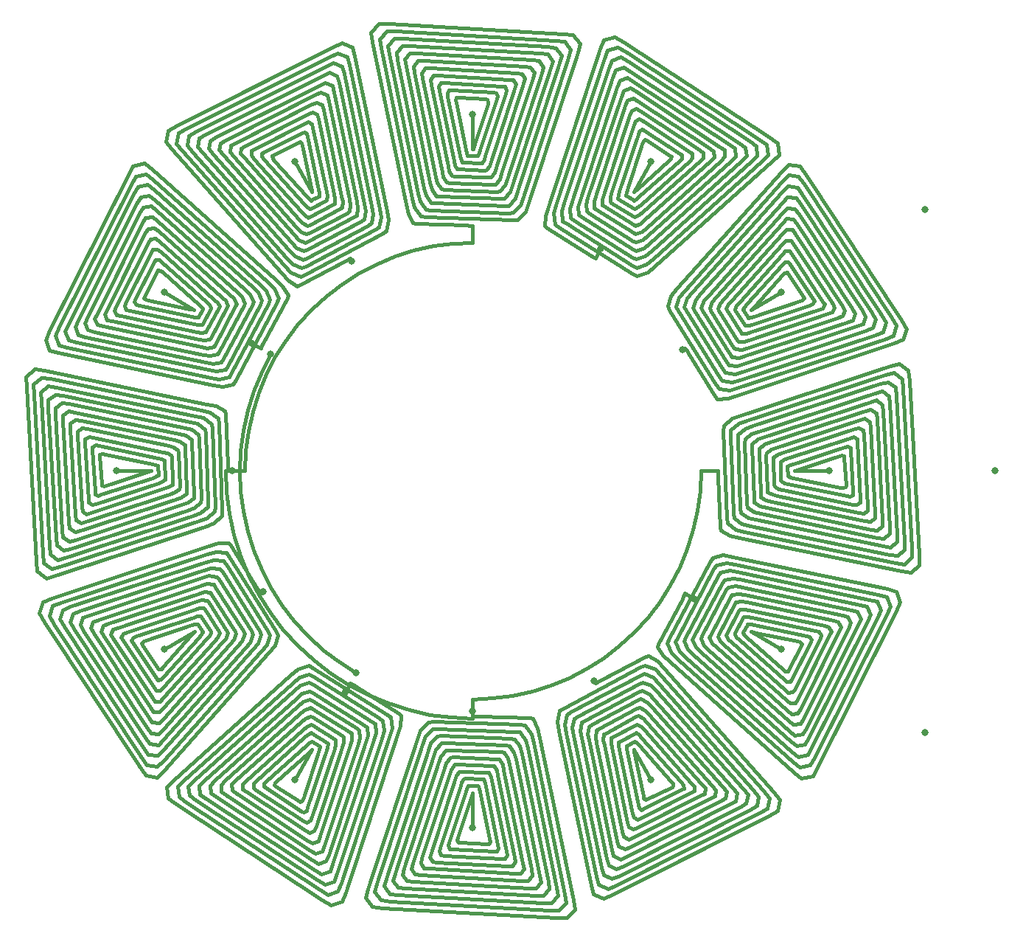
<source format=gbr>
%TF.GenerationSoftware,KiCad,Pcbnew,7.0.7*%
%TF.CreationDate,2023-10-13T08:16:47+05:30*%
%TF.ProjectId,12W,3132572e-6b69-4636-9164-5f7063625858,rev?*%
%TF.SameCoordinates,Original*%
%TF.FileFunction,Copper,L2,Bot*%
%TF.FilePolarity,Positive*%
%FSLAX46Y46*%
G04 Gerber Fmt 4.6, Leading zero omitted, Abs format (unit mm)*
G04 Created by KiCad (PCBNEW 7.0.7) date 2023-10-13 08:16:47*
%MOMM*%
%LPD*%
G01*
G04 APERTURE LIST*
%TA.AperFunction,ViaPad*%
%ADD10C,0.800000*%
%TD*%
%TA.AperFunction,Conductor*%
%ADD11C,0.400000*%
%TD*%
G04 APERTURE END LIST*
D10*
%TO.N,coils*%
X170475000Y-64536259D03*
X129525000Y-135463740D03*
X164700000Y-74538853D03*
X129524999Y-64536259D03*
X175461146Y-114699999D03*
X210000000Y-100000000D03*
X185463740Y-79525000D03*
X125924493Y-113899999D03*
X150000000Y-59050000D03*
X170475000Y-135463740D03*
X185463740Y-120475000D03*
X163900000Y-124075506D03*
X135300000Y-125461146D03*
X114536259Y-120475000D03*
X190950000Y-100000000D03*
X201961524Y-130000000D03*
X136600000Y-123209480D03*
X201961524Y-70000000D03*
X150000000Y-140950000D03*
X174075506Y-86100000D03*
X114536259Y-79524999D03*
X136100000Y-75924493D03*
X126790519Y-86600000D03*
X150000000Y-127600000D03*
X109050000Y-100000000D03*
X122400000Y-100000000D03*
X124538853Y-85300000D03*
%TD*%
D11*
%TO.N,coils*%
X170912213Y-76551040D02*
X184431528Y-64452394D01*
X127218847Y-136082442D02*
X127363951Y-136194986D01*
X139281182Y-50440451D02*
X139434855Y-51453248D01*
X120029077Y-114185326D02*
X122677319Y-118409704D01*
X179480015Y-111433182D02*
X180380305Y-111597546D01*
X114258148Y-76040376D02*
X119401138Y-80620792D01*
X113732442Y-77125353D02*
X113829256Y-76969770D01*
X167358280Y-53707467D02*
X166401003Y-54041638D01*
X130984676Y-74619953D02*
X137146846Y-71354965D01*
X155156389Y-71183742D02*
X156023481Y-70246216D01*
X186096799Y-69805103D02*
X186977187Y-69891477D01*
X104463722Y-85229067D02*
X103598070Y-84997043D01*
X192298985Y-117931860D02*
X192067999Y-118458095D01*
X194106764Y-103917188D02*
X193634861Y-103839520D01*
X187532478Y-80545229D02*
X182276573Y-82284604D01*
X167665540Y-131523767D02*
X167617109Y-131570176D01*
X173698612Y-80046384D02*
X174341440Y-79288221D01*
X172776694Y-135614564D02*
X169094634Y-131480268D01*
X117924688Y-103099427D02*
X117259715Y-103653681D01*
X136899999Y-77310134D02*
X138927401Y-76254735D01*
X156721930Y-145739957D02*
X154232058Y-133704855D01*
X165123692Y-52674708D02*
X159564928Y-69471736D01*
X167174068Y-141424068D02*
X167323637Y-141993965D01*
X103589695Y-105934550D02*
X102926321Y-94345282D01*
X183083820Y-104919208D02*
X182299708Y-104735640D01*
X180925623Y-113343805D02*
X193480172Y-115972500D01*
X135021259Y-69118498D02*
X134909936Y-68529058D01*
X115390940Y-98376512D02*
X115499929Y-101372504D01*
X118000879Y-118475826D02*
X118005296Y-118482872D01*
X126415330Y-118351795D02*
X126659857Y-118835729D01*
X114130861Y-74857446D02*
X120282545Y-80336220D01*
X119400318Y-92332188D02*
X120494575Y-92576475D01*
X199407505Y-90522529D02*
X200455861Y-108837495D01*
X168695758Y-67816005D02*
X168907862Y-67626223D01*
X150000000Y-140950000D02*
X149999025Y-136949964D01*
X152878717Y-142933163D02*
X151483455Y-136188995D01*
X185591482Y-73903449D02*
X185951139Y-73538414D01*
X152752843Y-143687004D02*
X152945527Y-143327795D01*
X131516022Y-60210015D02*
X131105201Y-59965368D01*
X185003285Y-139039649D02*
X185293510Y-137749195D01*
X129482502Y-72926767D02*
X129978141Y-73456329D01*
X182462785Y-105606359D02*
X181600994Y-105403678D01*
X178153773Y-81354088D02*
X178412720Y-80745205D01*
X180300162Y-119105137D02*
X180066566Y-118752290D01*
X117891110Y-105146382D02*
X103178960Y-109976135D01*
X140148712Y-70165012D02*
X136430635Y-52407618D01*
X154636993Y-55141833D02*
X154163090Y-55088296D01*
X119118498Y-85021259D02*
X118529058Y-84909936D01*
X154555500Y-71215720D02*
X155156389Y-71183742D01*
X123938806Y-136813130D02*
X130827652Y-141334137D01*
X180380305Y-111597546D02*
X195536277Y-114770932D01*
X112980820Y-127202908D02*
X107535751Y-118906028D01*
X169438665Y-59795974D02*
X169109271Y-59609179D01*
X151973865Y-142548826D02*
X151917913Y-142231464D01*
X131941322Y-143931847D02*
X132694999Y-143637485D01*
X145199676Y-55663439D02*
X147142243Y-65053074D01*
X130756067Y-77455353D02*
X139553039Y-72794332D01*
X187270808Y-126210239D02*
X187031415Y-126622145D01*
X131060880Y-73674819D02*
X136344781Y-70875176D01*
X151676245Y-142845948D02*
X151859391Y-142839897D01*
X139636799Y-150156806D02*
X159633189Y-151301407D01*
X126301387Y-119953615D02*
X125658559Y-120711778D01*
X178387544Y-106529859D02*
X178174935Y-100685454D01*
X179798017Y-89807119D02*
X178671648Y-89670535D01*
X179264209Y-91676248D02*
X178087225Y-91733362D01*
X168413329Y-141166808D02*
X168850509Y-140976220D01*
X130691267Y-130588812D02*
X125094160Y-135597750D01*
X168582581Y-132561577D02*
X169577205Y-137311860D01*
X155048820Y-54338996D02*
X145140976Y-53771867D01*
X105491775Y-84628283D02*
X104700061Y-84416873D01*
X150099004Y-62779963D02*
X150187800Y-62509556D01*
X112688139Y-80422794D02*
X112413997Y-80355681D01*
X121834754Y-87948910D02*
X121569223Y-88351981D01*
X155403678Y-131600994D02*
X154792592Y-130769315D01*
X137718249Y-131111033D02*
X137951330Y-130340188D01*
X188995734Y-80887003D02*
X188620568Y-81026460D01*
X182003988Y-118466790D02*
X182018878Y-118469428D01*
X180066566Y-118752290D02*
X180105714Y-118634307D01*
X169796122Y-122312094D02*
X169243932Y-122544646D01*
X105893235Y-96082811D02*
X106365138Y-96160479D01*
X114433590Y-130859395D02*
X113854647Y-131439334D01*
X120585038Y-112138836D02*
X120842223Y-112472103D01*
X161690479Y-150338517D02*
X161525947Y-149248449D01*
X113186869Y-126061193D02*
X108665862Y-119172347D01*
X150463077Y-63866845D02*
X150528224Y-63850870D01*
X164216934Y-131198282D02*
X166573284Y-142452120D01*
X127349833Y-118337318D02*
X127622584Y-118873692D01*
X133111562Y-53564887D02*
X118230438Y-61057106D01*
X116133858Y-97598018D02*
X116171348Y-97837952D01*
X123607152Y-95346228D02*
X124113187Y-93063649D01*
X198764769Y-107246106D02*
X198769649Y-108113554D01*
X134502994Y-148279236D02*
X134876307Y-147325291D01*
X130620792Y-69401138D02*
X130894862Y-69699837D01*
X119140604Y-135566409D02*
X118560665Y-136145352D01*
X149314545Y-71825064D02*
X149657272Y-71837532D01*
X184640348Y-101804329D02*
X184609059Y-101623487D01*
X117088516Y-138049420D02*
X132425564Y-148114805D01*
X190034631Y-118894798D02*
X189884442Y-119242924D01*
X156873174Y-54948742D02*
X157047710Y-54306073D01*
X103178960Y-109976135D02*
X102313272Y-110208023D01*
X128913357Y-74689582D02*
X129519780Y-75334575D01*
X104618780Y-95460253D02*
X105114266Y-95111150D01*
X103598070Y-84997043D02*
X103172306Y-83994015D01*
X119471736Y-109564928D02*
X120473067Y-109264985D01*
X185726786Y-98716119D02*
X186145055Y-98572553D01*
X128797268Y-79809067D02*
X128680595Y-80151203D01*
X143218941Y-74692743D02*
X145450417Y-74198036D01*
X194118407Y-96346059D02*
X194162402Y-96722639D01*
X187311860Y-119577205D02*
X187586002Y-119644318D01*
X156529859Y-128387544D02*
X150685454Y-128174935D01*
X185560141Y-67949893D02*
X186193905Y-67316228D01*
X118575470Y-115760247D02*
X119098413Y-115757579D01*
X134740652Y-69915598D02*
X134941072Y-69775280D01*
X118512573Y-96222270D02*
X118766095Y-103191359D01*
X133146997Y-144797923D02*
X133432615Y-144061020D01*
X181239285Y-118875956D02*
X181035875Y-118621811D01*
X127244208Y-120093379D02*
X126551040Y-120912213D01*
X151804329Y-134640348D02*
X151623487Y-134609059D01*
X127333804Y-78059639D02*
X128159315Y-78818326D01*
X139206090Y-48689028D02*
X138309520Y-49661482D01*
X194162402Y-96722639D02*
X194537040Y-103267634D01*
X188178978Y-131411368D02*
X187182866Y-131600606D01*
X137529324Y-69347035D02*
X134628283Y-55491775D01*
X142952289Y-145693926D02*
X143396900Y-146337685D01*
X198605910Y-113842615D02*
X199092046Y-115043046D01*
X113903200Y-130194896D02*
X113022812Y-130108522D01*
X193327795Y-102945527D02*
X192933163Y-102878717D01*
X145872091Y-130445784D02*
X145161418Y-131247034D01*
X151427446Y-63854944D02*
X153770213Y-56718523D01*
X114996714Y-60960350D02*
X114706489Y-62250804D01*
X118306196Y-114998572D02*
X118846555Y-114832352D01*
X181888060Y-84095819D02*
X181424529Y-84239752D01*
X113949792Y-75785201D02*
X114258148Y-76040376D01*
X122712738Y-135585214D02*
X122293977Y-135999692D01*
X120004891Y-94609754D02*
X120073389Y-95145149D01*
X119236499Y-106386028D02*
X101999106Y-112044775D01*
X138623856Y-130916776D02*
X138879225Y-130069102D01*
X168621811Y-131035875D02*
X168558104Y-131050848D01*
X152833960Y-56963140D02*
X152670887Y-56621352D01*
X112509556Y-100187800D02*
X107898378Y-101701573D01*
X177287261Y-64414785D02*
X177706022Y-64000307D01*
X105881592Y-103653940D02*
X105837597Y-103277360D01*
X184519602Y-98443294D02*
X184980160Y-98123669D01*
X116171348Y-97837952D02*
X116316470Y-101827218D01*
X102473109Y-83503977D02*
X110722689Y-67118573D01*
X129470008Y-117226707D02*
X128046725Y-115371848D01*
X162281750Y-68888966D02*
X162048669Y-69659811D01*
X144393640Y-67537214D02*
X144596321Y-68399005D01*
X117996011Y-81533209D02*
X117981121Y-81530571D01*
X197503919Y-114422785D02*
X197959869Y-115524515D01*
X189884442Y-119242924D02*
X186936391Y-125098374D01*
X164422785Y-147503919D02*
X165524515Y-147959869D01*
X130142264Y-62229722D02*
X129972246Y-62299113D01*
X131648204Y-123584669D02*
X131164270Y-123340142D01*
X134101451Y-130784068D02*
X131561340Y-129191685D01*
X145836909Y-144911703D02*
X154063329Y-145382586D01*
X177469899Y-80605441D02*
X177911367Y-80089962D01*
X118588631Y-61821021D02*
X118399393Y-62817133D01*
X160793909Y-151310971D02*
X161690479Y-150338517D01*
X117391325Y-61534131D02*
X117168425Y-62628357D01*
X169704984Y-60926085D02*
X169459470Y-60789522D01*
X145805060Y-68456478D02*
X146222270Y-68512573D01*
X110115557Y-80757075D02*
X113063608Y-74901625D01*
X182276573Y-82284604D02*
X181966700Y-82383963D01*
X156820280Y-52840395D02*
X143549587Y-52080775D01*
X182183994Y-81304241D02*
X182373776Y-81092137D01*
X180707018Y-104316289D02*
X180417362Y-96353926D01*
X185741851Y-123959623D02*
X180598861Y-119379207D01*
X130364661Y-61207335D02*
X126013489Y-63398025D01*
X168469428Y-132018878D02*
X168524277Y-132282999D01*
X187371642Y-132831574D02*
X186632860Y-132240129D01*
X178433968Y-137939642D02*
X179016757Y-137605196D01*
X169379207Y-130598861D02*
X169105137Y-130300162D01*
X186133154Y-99536922D02*
X186149129Y-99471775D01*
X150000000Y-71850000D02*
X150000000Y-73800000D01*
X180500408Y-94568968D02*
X181436195Y-94233794D01*
X187220036Y-99900995D02*
X187490443Y-99812199D01*
X105462959Y-96732365D02*
X105465887Y-96353704D01*
X145683710Y-69292981D02*
X153646073Y-69582637D01*
X141461251Y-127849264D02*
X136506153Y-124742937D01*
X121569223Y-88351981D02*
X120519984Y-88566817D01*
X162853153Y-128645034D02*
X162500745Y-128879262D01*
X181487426Y-103777729D02*
X181233904Y-96808640D01*
X119622504Y-115041937D02*
X121742817Y-118424181D01*
X165760247Y-68575470D02*
X165757579Y-69098413D01*
X171940360Y-122666195D02*
X171181673Y-121840684D01*
X148516544Y-63811004D02*
X148604546Y-64206721D01*
X130890728Y-140390820D02*
X131339002Y-140156172D01*
X105802052Y-83836703D02*
X105436660Y-83031077D01*
X166888437Y-146435112D02*
X181769561Y-138942893D01*
X178887294Y-63171936D02*
X178344623Y-62774772D01*
X188942893Y-131769561D02*
X188465868Y-132608674D01*
X181480268Y-119094634D02*
X181239285Y-118875956D01*
X120875176Y-86344781D02*
X120672251Y-86646526D01*
X169064148Y-138687993D02*
X169376267Y-138902454D01*
X98698592Y-90366810D02*
X98689028Y-89206090D01*
X180763500Y-93613971D02*
X198000893Y-87955224D01*
X120473067Y-109264985D02*
X121700007Y-109424779D01*
X131360290Y-143594360D02*
X131941322Y-143931847D01*
X178215447Y-118786713D02*
X180084401Y-115259347D01*
X180598861Y-119379207D02*
X180300162Y-119105137D01*
X113398025Y-76013489D02*
X113542365Y-75772465D01*
X155606359Y-132462785D02*
X155403678Y-131600994D01*
X109795974Y-119438665D02*
X109609179Y-119109271D01*
X177938057Y-90097729D02*
X172650166Y-81662681D01*
X153917188Y-144106764D02*
X153839520Y-143634861D01*
X178299992Y-90575220D02*
X177938057Y-90097729D01*
X168453136Y-69873811D02*
X168569984Y-69920773D01*
X155994273Y-54970340D02*
X155620046Y-54402073D01*
X148793323Y-64585444D02*
X148915073Y-64610532D01*
X166657884Y-51346783D02*
X165497005Y-51720763D01*
X119841726Y-113948207D02*
X120029077Y-114185326D01*
X115019839Y-101876330D02*
X114527638Y-102047269D01*
X106362514Y-117305000D02*
X107027069Y-117048615D01*
X158941815Y-53768887D02*
X159154585Y-52977539D01*
X144951179Y-145661003D02*
X154859023Y-146228132D01*
X136215576Y-124560776D02*
X135940293Y-124388202D01*
X133248480Y-68417755D02*
X133163677Y-67983740D01*
X102091094Y-107706010D02*
X101235230Y-92753893D01*
X186267557Y-122874646D02*
X186170743Y-123030229D01*
X169577205Y-137311860D02*
X169644318Y-137586002D01*
X181994703Y-81517127D02*
X182004433Y-81505552D01*
X146353704Y-55465887D02*
X146082811Y-55893235D01*
X180859395Y-64433590D02*
X181439334Y-63854647D01*
X140252843Y-51219420D02*
X140395659Y-52154947D01*
X150528224Y-63850870D02*
X150691430Y-63526588D01*
X200463863Y-109900457D02*
X199559548Y-110718817D01*
X187573683Y-65006563D02*
X188255468Y-65946801D01*
X122517206Y-80207321D02*
X122841360Y-80856272D01*
X130905365Y-68519731D02*
X131124043Y-68760714D01*
X120779098Y-94012102D02*
X120853797Y-94606589D01*
X119785937Y-62107912D02*
X119630361Y-63005910D01*
X132159245Y-146984694D02*
X132991917Y-147472874D01*
X112229722Y-80142264D02*
X112299113Y-79972246D01*
X129488656Y-125233922D02*
X117949893Y-135560141D01*
X116295161Y-102070946D02*
X115766464Y-102468780D01*
X189039649Y-135003285D02*
X187749195Y-135293510D01*
X185597750Y-75094160D02*
X185902586Y-74782851D01*
X149812199Y-137490443D02*
X148298426Y-142101621D01*
X131934319Y-56840222D02*
X121566031Y-62060357D01*
X121825064Y-99314545D02*
X121837532Y-99657272D01*
X182683771Y-63806094D02*
X182550979Y-62724564D01*
X118694709Y-113187358D02*
X119388726Y-112976563D01*
X169143727Y-127158639D02*
X168862916Y-127270314D01*
X188687993Y-119064148D02*
X188902454Y-119376267D01*
X160208023Y-52313272D02*
X159552257Y-51443035D01*
X114683387Y-100917790D02*
X114665633Y-101042464D01*
X113050337Y-100009285D02*
X113036123Y-100014444D01*
X182288918Y-117709452D02*
X188339912Y-118976421D01*
X164170148Y-146564329D02*
X164422785Y-147503919D01*
X113621713Y-70125729D02*
X123808175Y-79197929D01*
X130028697Y-137943803D02*
X130190331Y-138030135D01*
X169709602Y-71196150D02*
X177287261Y-64414785D01*
X150342727Y-128162467D02*
X150018038Y-128150656D01*
X195854582Y-81892927D02*
X196292532Y-82641719D01*
X145450417Y-74198036D02*
X147716519Y-73899698D01*
X170517497Y-127073232D02*
X170021858Y-126543670D01*
X137951330Y-130340188D02*
X137861163Y-129414961D01*
X114048860Y-126461585D02*
X113470184Y-126444837D01*
X169334317Y-129361039D02*
X168882769Y-129097257D01*
X181043978Y-116863476D02*
X181121691Y-116764381D01*
X141898851Y-146358193D02*
X142413848Y-147077445D01*
X183486910Y-96938768D02*
X184126972Y-96713085D01*
X114665633Y-101042464D02*
X114273213Y-101283880D01*
X179097257Y-118882769D02*
X179160581Y-118710510D01*
X109050000Y-100000000D02*
X113050035Y-100000974D01*
X180611273Y-87023436D02*
X179786617Y-86956477D01*
X129288221Y-124341440D02*
X116759182Y-135553873D01*
X155146382Y-67891110D02*
X159976135Y-53178960D01*
X180369638Y-136994089D02*
X179874270Y-136378286D01*
X119292981Y-95683710D02*
X119582637Y-103646073D01*
X129809067Y-78797268D02*
X130151203Y-78680595D01*
X116576941Y-63239852D02*
X128344212Y-76452397D01*
X132433049Y-131644899D02*
X132388229Y-131597214D01*
X126273698Y-79290599D02*
X126718596Y-80334356D01*
X196337685Y-93396900D02*
X196410304Y-94065449D01*
X141430795Y-147817204D02*
X142293989Y-147908905D01*
X148494100Y-142663801D02*
X151676245Y-142845948D01*
X168337318Y-77349833D02*
X168873692Y-77622584D01*
X149536922Y-136133154D02*
X149471775Y-136149129D01*
X120519984Y-88566817D02*
X119619694Y-88402453D01*
X169792678Y-127482793D02*
X169143727Y-127158639D01*
X187424559Y-66227791D02*
X188049420Y-67088516D01*
X129978141Y-73456329D02*
X130725793Y-73810669D01*
X120861329Y-63194686D02*
X121308658Y-63749000D01*
X124782851Y-135902586D02*
X124776390Y-136380691D01*
X113757541Y-133928208D02*
X112575440Y-133772208D01*
X100755083Y-117308116D02*
X100166440Y-116307685D01*
X131124043Y-68760714D02*
X131378188Y-68964124D01*
X183091935Y-102999634D02*
X183048243Y-102700608D01*
X166061411Y-130564189D02*
X165911654Y-130673205D01*
X112056196Y-119971302D02*
X111969864Y-119809668D01*
X180334007Y-91340679D02*
X179264209Y-91676248D01*
X163784423Y-75439223D02*
X164059706Y-75611797D01*
X111379431Y-118973539D02*
X117917683Y-116809787D01*
X199439674Y-84954993D02*
X198413382Y-85357538D01*
X141162504Y-49544138D02*
X140099542Y-49536136D01*
X131533209Y-67996011D02*
X131530571Y-67981121D01*
X119468869Y-85907648D02*
X118801717Y-85783065D01*
X190976220Y-118850509D02*
X187270808Y-126210239D01*
X177482793Y-119792678D02*
X177158639Y-119143727D01*
X171086642Y-125310417D02*
X170480219Y-124665424D01*
X124546325Y-118380750D02*
X124734405Y-118759802D01*
X170232925Y-127954639D02*
X169792678Y-127482793D01*
X110632035Y-81624362D02*
X110210015Y-81516022D01*
X149390976Y-63811237D02*
X149453633Y-63830124D01*
X163187358Y-68694709D02*
X162976563Y-69388726D01*
X192477048Y-82243000D02*
X191884839Y-82470153D01*
X181600994Y-105403678D02*
X180769315Y-104792592D01*
X113806094Y-132683771D02*
X112724564Y-132550979D01*
X181600606Y-137182866D02*
X181057200Y-136505573D01*
X118801717Y-85783065D02*
X107547879Y-83426715D01*
X196237201Y-84395076D02*
X180722520Y-89529464D01*
X116295144Y-95767941D02*
X117001577Y-95932396D01*
X146732365Y-55462959D02*
X146353704Y-55465887D01*
X136095541Y-130882359D02*
X136051792Y-130158273D01*
X199248449Y-111525947D02*
X180599681Y-107667811D01*
X182000095Y-118474138D02*
X182003988Y-118466790D01*
X113829256Y-76969770D02*
X114138568Y-77016169D01*
X176210239Y-137270808D02*
X176622145Y-137031415D01*
X109965368Y-81105201D02*
X110115557Y-80757075D01*
X181305290Y-86812641D02*
X180611273Y-87023436D01*
X142293989Y-147908905D02*
X157246106Y-148764769D01*
X133256533Y-56904043D02*
X132549608Y-56568837D01*
X173986510Y-136601974D02*
X174227534Y-136457634D01*
X106128596Y-104804534D02*
X105634607Y-104940835D01*
X175223609Y-63619308D02*
X174919478Y-63392917D01*
X187835297Y-80435004D02*
X187532478Y-80545229D01*
X114610532Y-98915073D02*
X114683387Y-100917790D01*
X129918167Y-120081832D02*
X128244337Y-118255168D01*
X198279236Y-84502994D02*
X197325291Y-84876307D01*
X158775495Y-148001610D02*
X158643537Y-147143354D01*
X159477470Y-50592494D02*
X141162504Y-49544138D01*
X156603099Y-53662314D02*
X155934550Y-53589695D01*
X169674087Y-74415743D02*
X170310908Y-73873595D01*
X177191047Y-81316125D02*
X177469899Y-80605441D01*
X183048243Y-102700608D02*
X182866987Y-97718068D01*
X118956021Y-83136523D02*
X118878308Y-83235618D01*
X117949554Y-102736645D02*
X117924688Y-103099427D01*
X186607082Y-75080521D02*
X190204025Y-80561334D01*
X192972930Y-82951384D02*
X181305290Y-86812641D01*
X131546863Y-130126188D02*
X131430015Y-130079226D01*
X194061020Y-83432615D02*
X181111033Y-87718249D01*
X169848796Y-121319404D02*
X164681089Y-124057482D01*
X131430015Y-130079226D02*
X131024733Y-130298364D01*
X131213286Y-71784552D02*
X134740652Y-69915598D01*
X123674517Y-64003574D02*
X130051647Y-71163953D01*
X107627407Y-101780522D02*
X107361111Y-101687835D01*
X169243932Y-122544646D02*
X160446960Y-127205667D01*
X182608674Y-138465868D02*
X182831574Y-137371642D01*
X127622584Y-118873692D02*
X127244208Y-120093379D01*
X132383963Y-131966700D02*
X132433049Y-131644899D01*
X150000000Y-128150000D02*
X150000000Y-126200000D01*
X145068391Y-127968540D02*
X142649539Y-127432293D01*
X99843193Y-110363200D02*
X98698592Y-90366810D01*
X114408517Y-126096550D02*
X114048860Y-126461585D01*
X175220021Y-119404685D02*
X175380046Y-119015323D01*
X189073914Y-80295015D02*
X189210477Y-80540529D01*
X196228132Y-104859023D02*
X196228327Y-105433198D01*
X170475000Y-64536259D02*
X168475826Y-68000879D01*
X187605196Y-129016757D02*
X186805313Y-129138670D01*
X168786713Y-128215447D02*
X165259347Y-130084401D01*
X104145417Y-118107072D02*
X103707467Y-117358280D01*
X130827652Y-141334137D02*
X131240926Y-141571162D01*
X159660403Y-128779273D02*
X159851287Y-129834987D01*
X114432039Y-97829394D02*
X114905435Y-97936509D01*
X161234150Y-70956695D02*
X161615492Y-71248796D01*
X190396016Y-117774853D02*
X190891975Y-117903807D01*
X140395659Y-52154947D02*
X143706489Y-68158249D01*
X132691883Y-149244916D02*
X133692314Y-149833559D01*
X176100301Y-102283480D02*
X175801963Y-104549582D01*
X147263354Y-132050445D02*
X146900572Y-132075311D01*
X176061193Y-63186869D02*
X169172347Y-58665862D01*
X169534323Y-73472922D02*
X170110472Y-72981113D01*
X107547879Y-83426715D02*
X106904043Y-83256533D01*
X180657697Y-138608476D02*
X181411368Y-138178978D01*
X180628053Y-62362676D02*
X168107072Y-54145417D01*
X178751203Y-88384507D02*
X174519172Y-81633726D01*
X130295015Y-139073914D02*
X130540529Y-139210477D01*
X114395981Y-123715127D02*
X114145966Y-123972711D01*
X118417755Y-83248480D02*
X117983740Y-83163677D01*
X133311858Y-131695615D02*
X133337734Y-131273242D01*
X176325180Y-118939119D02*
X179124823Y-113655218D01*
X112413997Y-80355681D02*
X112229722Y-80142264D01*
X136344781Y-70875176D02*
X136646526Y-70672251D01*
X138351981Y-71569223D02*
X138566817Y-70519984D01*
X172781152Y-63917557D02*
X172636048Y-63805013D01*
X120282545Y-80336220D02*
X120638960Y-80665682D01*
X105748444Y-82326733D02*
X111725940Y-70454167D01*
X113367139Y-67759870D02*
X125570989Y-78628784D01*
X197118798Y-84050995D02*
X196237201Y-84395076D01*
X179505424Y-107423524D02*
X178457570Y-106884494D01*
X189277310Y-132881426D02*
X188752759Y-133805979D01*
X117259715Y-103653681D02*
X116545721Y-103906737D01*
X187225227Y-71655376D02*
X193594360Y-81360290D01*
X150000000Y-59050000D02*
X150000974Y-63050035D01*
X158323751Y-70735790D02*
X158266637Y-71912774D01*
X106405639Y-118639709D02*
X106068152Y-118058677D01*
X140435071Y-130528263D02*
X140735014Y-129526932D01*
X149985555Y-136963876D02*
X149900995Y-137220036D01*
X147837952Y-66171348D02*
X151827218Y-66316470D01*
X177018886Y-79889527D02*
X185572678Y-70331316D01*
X126659857Y-118835729D02*
X126301387Y-119953615D01*
X185805480Y-77271726D02*
X186082442Y-77218847D01*
X118560665Y-136145352D02*
X118670248Y-137126311D01*
X143167827Y-53556328D02*
X143278069Y-54260042D01*
X155393410Y-129146202D02*
X145444499Y-128784279D01*
X186616536Y-127907702D02*
X186123712Y-127508411D01*
X109603983Y-82225146D02*
X109108024Y-82096192D01*
X160363200Y-49843193D02*
X140366810Y-48698592D01*
X131278161Y-126228321D02*
X130465676Y-126527077D01*
X112426316Y-134993436D02*
X111744531Y-134053198D01*
X185996425Y-126325482D02*
X178836046Y-119948352D01*
X147608369Y-143413102D02*
X152471940Y-143691494D01*
X104335297Y-94139488D02*
X104961741Y-94238872D01*
X163948207Y-69841726D02*
X164185326Y-70029077D01*
X197845052Y-109604340D02*
X181841750Y-106293510D01*
X181470941Y-115090063D02*
X191424068Y-117174068D01*
X169857735Y-137770277D02*
X170027753Y-137700886D01*
X146455092Y-65674109D02*
X146600434Y-66302863D01*
X153099427Y-67924688D02*
X153653681Y-67259715D01*
X166863476Y-131043978D02*
X166764381Y-131121691D01*
X194534112Y-103646295D02*
X194106764Y-103917188D01*
X179926610Y-104854850D02*
X179600820Y-95899213D01*
X177158639Y-119143727D02*
X177270314Y-118862916D01*
X193378647Y-97329112D02*
X193413102Y-97608369D01*
X175584256Y-80325912D02*
X176126404Y-79689091D01*
X113255474Y-74575159D02*
X113761015Y-74554233D01*
X176228321Y-81278161D02*
X176527077Y-80465676D01*
X142753893Y-51235230D02*
X141886445Y-51230350D01*
X123301982Y-97664226D02*
X123607152Y-95346228D01*
X135229067Y-54463722D02*
X134997043Y-53598070D01*
X178174935Y-100685454D02*
X178162467Y-100342727D01*
X107248495Y-118408875D02*
X107522951Y-117756999D01*
X197077445Y-92413848D02*
X197159604Y-93179719D01*
X198001610Y-108775495D02*
X197143354Y-108643537D01*
X121163953Y-80051647D02*
X121578083Y-80436501D01*
X145357850Y-129631020D02*
X144568968Y-130500408D01*
X113239852Y-66576941D02*
X126452397Y-78344212D01*
X135909050Y-75629835D02*
X135924999Y-75621384D01*
X101453248Y-89434855D02*
X118779283Y-93019339D01*
X184946925Y-102857756D02*
X184395850Y-102731528D01*
X138738538Y-148350994D02*
X139464689Y-149296723D01*
X123456329Y-79978141D02*
X123810669Y-80725793D01*
X181769768Y-62156628D02*
X167840754Y-53015305D01*
X112467521Y-119454770D02*
X117723426Y-117715395D01*
X181035875Y-118621811D02*
X181050848Y-118558104D01*
X112107912Y-69785937D02*
X113005910Y-69630361D01*
X193871403Y-95195465D02*
X194365392Y-95059164D01*
X174378615Y-85925000D02*
X174075506Y-86100000D01*
X186949662Y-99990714D02*
X186963876Y-99985555D01*
X169376267Y-138902454D02*
X169635338Y-138792664D01*
X113761015Y-74554233D02*
X114130861Y-74857446D01*
X193691494Y-102471940D02*
X193687004Y-102752843D01*
X150609023Y-136188762D02*
X150546366Y-136169875D01*
X131378188Y-68964124D02*
X131441895Y-68949151D01*
X104358815Y-107907494D02*
X103641806Y-108101148D01*
X123808175Y-79197929D02*
X124395452Y-79748960D01*
X193413102Y-97608369D02*
X193691494Y-102471940D01*
X185472361Y-97952730D02*
X193871403Y-95195465D01*
X130561334Y-140204025D02*
X130890728Y-140390820D01*
X131093971Y-142464248D02*
X131591124Y-142751504D01*
X177982291Y-110795291D02*
X179129644Y-110546792D01*
X113708988Y-135172645D02*
X112426316Y-134993436D01*
X159604340Y-147845052D02*
X156293510Y-131841750D01*
X165371716Y-144508224D02*
X165583126Y-145299938D01*
X129290599Y-76273698D02*
X130334356Y-76718596D01*
X130435004Y-137835297D02*
X130545229Y-137532478D01*
X134027499Y-56519827D02*
X133836703Y-55802052D01*
X122530100Y-119394558D02*
X122088632Y-119910037D01*
X186250999Y-128691341D02*
X177073232Y-120517497D01*
X131626608Y-144724471D02*
X132291521Y-145112189D01*
X150917790Y-64683387D02*
X151042464Y-64665633D01*
X102589033Y-111010455D02*
X101649005Y-111261461D01*
X169167729Y-123489779D02*
X161249024Y-127685456D01*
X147598018Y-66133858D02*
X147837952Y-66171348D01*
X179355542Y-80884969D02*
X179696331Y-80490832D01*
X186188995Y-101483455D02*
X185793278Y-101395453D01*
X147054472Y-56672204D02*
X147121282Y-57066836D01*
X168939119Y-126325180D02*
X163655218Y-129124823D01*
X138481636Y-150036482D02*
X139636799Y-150156806D01*
X128628784Y-75570989D02*
X129290599Y-76273698D01*
X108665862Y-119172347D02*
X108428837Y-118759073D01*
X108575931Y-82825931D02*
X108006034Y-82676362D01*
X165090063Y-131470941D02*
X167174068Y-141424068D01*
X180108522Y-63022812D02*
X179486338Y-62568724D01*
X104304483Y-83512546D02*
X104656666Y-82719148D01*
X178836046Y-119948352D02*
X178421916Y-119563498D01*
X133190212Y-132082316D02*
X133311858Y-131695615D01*
X187126311Y-68670248D02*
X187637323Y-69371946D01*
X189210477Y-80540529D02*
X188995734Y-80887003D01*
X125942517Y-85318910D02*
X125781951Y-85621955D01*
X120808314Y-118438659D02*
X120883500Y-118607947D01*
X174429010Y-121371215D02*
X173726301Y-120709400D01*
X169013248Y-128127948D02*
X168786713Y-128215447D01*
X142332188Y-69400318D02*
X142576475Y-70494575D01*
X118766095Y-103191359D02*
X118739452Y-103613667D01*
X130605441Y-127469899D02*
X130089962Y-127911367D01*
X110789522Y-119459470D02*
X111004265Y-119112996D01*
X118519731Y-80905365D02*
X118760714Y-81124043D01*
X155390245Y-129995108D02*
X154854850Y-129926610D01*
X187770277Y-119857735D02*
X187700886Y-120027753D01*
X103435670Y-85829851D02*
X102496080Y-85577214D01*
X186082442Y-77218847D02*
X186194986Y-77363951D01*
X154549582Y-125801963D02*
X152283480Y-126100301D01*
X118158249Y-93706489D02*
X119097719Y-93928284D01*
X181121691Y-116764381D02*
X181582244Y-116751519D01*
X186194986Y-77363951D02*
X187943803Y-80028697D01*
X194197947Y-116163296D02*
X194563339Y-116968922D01*
X176444837Y-63470184D02*
X176061193Y-63186869D01*
X170480219Y-124665424D02*
X169535164Y-124250712D01*
X162976563Y-69388726D02*
X163043522Y-70213382D01*
X135925000Y-124378615D02*
X135300000Y-125461146D01*
X128159315Y-78818326D02*
X128797268Y-79809067D01*
X150187800Y-62509556D02*
X151701573Y-57898378D01*
X181999120Y-81524173D02*
X181994703Y-81517127D01*
X147716519Y-73899698D02*
X150000000Y-73800000D01*
X115766464Y-102468780D02*
X115200333Y-102667091D01*
X166836322Y-132016259D02*
X168375637Y-139367964D01*
X150727415Y-136491992D02*
X150609023Y-136188762D01*
X118518705Y-119108297D02*
X114395981Y-123715127D01*
X118500453Y-114092965D02*
X119117640Y-113904458D01*
X181273242Y-83337734D02*
X181190641Y-83244840D01*
X124575159Y-63255474D02*
X124554233Y-63761015D01*
X103556328Y-93167827D02*
X104260042Y-93278069D01*
X182550979Y-62724564D02*
X181769768Y-62156628D01*
X145936670Y-54617413D02*
X145460253Y-54618780D01*
X177533805Y-109942564D02*
X178779273Y-109660403D01*
X197022460Y-90845414D02*
X197817204Y-91430795D01*
X172983830Y-135861431D02*
X172776694Y-135614564D01*
X188792664Y-119635338D02*
X186601974Y-123986510D01*
X174218048Y-114378044D02*
X174370164Y-114090949D01*
X168474138Y-132000095D02*
X168466790Y-132003988D01*
X116316470Y-101827218D02*
X116295161Y-102070946D01*
X125565086Y-80908473D02*
X121834754Y-87948910D01*
X129929635Y-83158964D02*
X131473802Y-81473802D01*
X194858166Y-95363006D02*
X194911703Y-95836909D01*
X197908905Y-92293989D02*
X198764769Y-107246106D01*
X144379953Y-145597926D02*
X144951179Y-145661003D01*
X153286914Y-65873027D02*
X156873174Y-54948742D01*
X169109271Y-59609179D02*
X168660997Y-59843827D01*
X122491588Y-63876287D02*
X129767074Y-72045360D01*
X175453674Y-81619249D02*
X175265594Y-81240197D01*
X165259347Y-130084401D02*
X165058927Y-130224719D01*
X154163090Y-55088296D02*
X145936670Y-54617413D01*
X178087225Y-91733362D02*
X177849264Y-91461251D01*
X106308505Y-97528059D02*
X106312995Y-97247156D01*
X142649539Y-127432293D02*
X140286627Y-126687270D01*
X121837532Y-99657272D02*
X121849343Y-99981961D01*
X157682734Y-146441655D02*
X154919208Y-133083820D01*
X108833191Y-81586670D02*
X109023779Y-81149490D01*
X113182250Y-100807623D02*
X107308451Y-102735893D01*
X137685101Y-149015261D02*
X138481636Y-150036482D01*
X181570176Y-117617109D02*
X181932616Y-117637909D01*
X131744831Y-121755662D02*
X129918167Y-120081832D01*
X156884494Y-128457570D02*
X156529859Y-128387544D01*
X174519172Y-81633726D02*
X174302868Y-81202234D01*
X112681693Y-72180548D02*
X113383463Y-72092297D01*
X168873692Y-77622584D02*
X170093379Y-77244208D01*
X155431031Y-69499591D02*
X155766205Y-68563804D01*
X178430776Y-111648018D02*
X179480015Y-111433182D01*
X125772465Y-63542365D02*
X125785201Y-63949792D01*
X132284604Y-132276573D02*
X132383963Y-131966700D01*
X185869138Y-125142553D02*
X179717454Y-119663779D01*
X181499546Y-85907034D02*
X180882359Y-86095541D01*
X196292532Y-82641719D02*
X195958361Y-83598996D01*
X120368979Y-104642149D02*
X119499591Y-105431031D01*
X102840395Y-106820280D02*
X102080775Y-93549587D01*
X193095956Y-116743466D02*
X193431162Y-117450391D01*
X167708478Y-54887810D02*
X166853002Y-55202076D01*
X179160581Y-118710510D02*
X180564189Y-116061411D01*
X129906620Y-122755791D02*
X129087786Y-123448959D01*
X193687004Y-102752843D02*
X193327795Y-102945527D01*
X118958047Y-118532020D02*
X118758814Y-118835502D01*
X170021858Y-126543670D02*
X169274206Y-126189330D01*
X125749287Y-80464835D02*
X125565086Y-80908473D01*
X188255468Y-65946801D02*
X199244916Y-82691883D01*
X130089962Y-127911367D02*
X121522027Y-135578946D01*
X148957535Y-135334366D02*
X148716119Y-135726786D01*
X114446126Y-133240817D02*
X113757541Y-133928208D01*
X131532386Y-131060690D02*
X131467979Y-131041952D01*
X154919208Y-133083820D02*
X154735640Y-132299708D01*
X179043304Y-88765849D02*
X178751203Y-88384507D01*
X113383463Y-72092297D02*
X113876287Y-72491588D01*
X117316228Y-136193905D02*
X117449020Y-137275435D01*
X155761127Y-145038258D02*
X153544907Y-134325890D01*
X187700886Y-120027753D02*
X186267557Y-122874646D01*
X139434855Y-51453248D02*
X143019339Y-68779283D01*
X196410304Y-94065449D02*
X197073678Y-105654717D01*
X181041952Y-81467979D02*
X181241185Y-81164497D01*
X153887397Y-56298873D02*
X153653940Y-55881592D01*
X119074376Y-86656194D02*
X106519827Y-84027499D01*
X138750975Y-72314543D02*
X139204708Y-72017708D01*
X161376143Y-69083223D02*
X161120774Y-69930897D01*
X180673205Y-115911654D02*
X181231873Y-115865130D01*
X162319572Y-129830387D02*
X162470675Y-130652964D01*
X128244337Y-118255168D02*
X126736081Y-116289570D01*
X107361111Y-101687835D02*
X107336198Y-101505899D01*
X134395076Y-146237201D02*
X139529464Y-130722520D01*
X168409704Y-72677319D02*
X168683874Y-72808952D01*
X173972711Y-64145966D02*
X174002380Y-63768433D01*
X154246131Y-68006340D02*
X154526560Y-67218416D01*
X163493846Y-75257062D02*
X163784423Y-75439223D01*
X130490832Y-129696331D02*
X123903449Y-135591482D01*
X119499591Y-105431031D02*
X118563804Y-105766205D01*
X165911654Y-130673205D02*
X165865130Y-131231873D01*
X131541904Y-57932000D02*
X122677896Y-62394774D01*
X183454278Y-96093262D02*
X195641184Y-92092505D01*
X180105714Y-118634307D02*
X181043978Y-116863476D01*
X141058184Y-146231112D02*
X140845414Y-147022460D01*
X173281403Y-119665643D02*
X173489779Y-119167729D01*
X117759870Y-63367139D02*
X128628784Y-75570989D01*
X184605988Y-136887434D02*
X171940360Y-122666195D01*
X130436501Y-71578083D02*
X130986751Y-71872051D01*
X196401929Y-115002956D02*
X196827693Y-116005984D01*
X187431275Y-70513661D02*
X194724471Y-81626608D01*
X104402073Y-105620046D02*
X104338996Y-105048820D01*
X127271726Y-135805480D02*
X127218847Y-136082442D01*
X180881501Y-114978740D02*
X181470941Y-115090063D01*
X193036859Y-97166039D02*
X193378647Y-97329112D01*
X130884969Y-129355542D02*
X130490832Y-129696331D01*
X121220726Y-90339596D02*
X120165012Y-90148712D01*
X125334575Y-79519780D02*
X125749287Y-80464835D01*
X130325912Y-125584256D02*
X129689091Y-126126404D01*
X179753783Y-93976518D02*
X180763500Y-93613971D01*
X174665424Y-120480219D02*
X174250712Y-119535164D01*
X118033299Y-117616036D02*
X118355100Y-117566950D01*
X201301407Y-109633189D02*
X201310971Y-110793909D01*
X144609754Y-70004891D02*
X145145149Y-70073389D01*
X151395453Y-135793278D02*
X151206676Y-135414555D01*
X125080521Y-136607082D02*
X130561334Y-140204025D01*
X113194686Y-70861329D02*
X113749000Y-71308658D01*
X168721838Y-73771678D02*
X169534323Y-73472922D01*
X119117640Y-113904458D02*
X119841726Y-113948207D01*
X185094564Y-102063490D02*
X184640348Y-101804329D01*
X117732164Y-96760831D02*
X117949554Y-102736645D01*
X184053198Y-61744531D02*
X167308116Y-50755083D01*
X146402712Y-67682271D02*
X146760831Y-67732164D01*
X174057482Y-114681089D02*
X174218048Y-114378044D01*
X199616756Y-109007005D02*
X198780579Y-109747156D01*
X164092965Y-68500453D02*
X163904458Y-69117640D01*
X116513089Y-103061231D02*
X115873027Y-103286914D01*
X130465676Y-126527077D02*
X129889527Y-127018886D01*
X145932396Y-67001577D02*
X146402712Y-67682271D01*
X177322103Y-137605225D02*
X177819451Y-137318306D01*
X111247240Y-66194020D02*
X112439581Y-65937457D01*
X115394011Y-63112565D02*
X128059639Y-77333804D01*
X180224719Y-115058927D02*
X180881501Y-114978740D01*
X121120737Y-87499254D02*
X120169612Y-87680427D01*
X100751550Y-88474052D02*
X119400318Y-92332188D01*
X173584669Y-81648204D02*
X173340142Y-81164270D01*
X152736645Y-67949554D02*
X153099427Y-67924688D01*
X178477972Y-64421053D02*
X178950459Y-63951753D01*
X124857446Y-64130861D02*
X130336220Y-70282545D01*
X166841035Y-120070364D02*
X165027702Y-121461783D01*
X166005984Y-146827693D02*
X166888437Y-146435112D01*
X181582244Y-116751519D02*
X182016259Y-116836322D01*
X154539746Y-145381219D02*
X154888849Y-144885733D01*
X121700007Y-109424779D02*
X122061942Y-109902270D01*
X101219420Y-90252843D02*
X102154947Y-90395659D01*
X147268471Y-65604149D02*
X147598018Y-66133858D01*
X115873027Y-103286914D02*
X104948742Y-106873174D01*
X178671648Y-89670535D02*
X178344630Y-89241118D01*
X100592494Y-109477470D02*
X99544138Y-91162504D01*
X102077458Y-92779897D02*
X102777359Y-92196166D01*
X182890075Y-97414813D02*
X183486910Y-96938768D01*
X157246106Y-148764769D02*
X158113554Y-148769649D01*
X136430635Y-52407618D02*
X136157384Y-51394089D01*
X180158273Y-86051792D02*
X179970922Y-85814673D01*
X179129644Y-110546792D02*
X180107646Y-110724417D01*
X112394803Y-70983242D02*
X113194686Y-70861329D01*
X131240926Y-141571162D02*
X131791001Y-141316610D01*
X119659811Y-112048669D02*
X120585038Y-112138836D01*
X147166039Y-143036859D02*
X147329112Y-143378647D01*
X123555162Y-136529815D02*
X123938806Y-136813130D01*
X171319404Y-119848796D02*
X174057482Y-114681089D01*
X174378615Y-114075000D02*
X175461146Y-114699999D01*
X165963193Y-131743600D02*
X167774853Y-140396016D01*
X162048669Y-69659811D02*
X162138836Y-70585038D01*
X190204025Y-80561334D02*
X190390820Y-80890728D01*
X119892353Y-89275582D02*
X103435670Y-85829851D01*
X145363006Y-144858166D02*
X145836909Y-144911703D01*
X131575818Y-128257182D02*
X131354088Y-128153773D01*
X113854647Y-131439334D02*
X112873688Y-131329751D01*
X168710510Y-129160581D02*
X166061411Y-130564189D01*
X186149129Y-99471775D02*
X186473411Y-99308569D01*
X130665682Y-70638960D02*
X131117230Y-70902742D01*
X133938588Y-69435810D02*
X134088345Y-69326794D01*
X128059639Y-77333804D02*
X128818326Y-78159315D01*
X118230438Y-61057106D02*
X117391325Y-61534131D01*
X169953615Y-76301387D02*
X170711778Y-75658559D01*
X115568471Y-135547605D02*
X114827354Y-136291011D01*
X114145966Y-123972711D02*
X113768433Y-124002380D01*
X180079226Y-81430015D02*
X180298364Y-81024733D01*
X128818326Y-78159315D02*
X129809067Y-78797268D01*
X185793278Y-101395453D02*
X185414555Y-101206676D01*
X164378044Y-124218048D02*
X164090949Y-124370164D01*
X114194519Y-122728273D02*
X113917557Y-122781152D01*
X107308451Y-102735893D02*
X106963140Y-102833960D01*
X186427760Y-126676734D02*
X185996425Y-126325482D01*
X188049420Y-67088516D02*
X198114805Y-82425564D01*
X131092137Y-132373776D02*
X127475583Y-135610287D01*
X134876307Y-147325291D02*
X140435071Y-130528263D01*
X175142553Y-135869138D02*
X169663779Y-129717454D01*
X185567960Y-102170605D02*
X185094564Y-102063490D01*
X103762798Y-115604923D02*
X119277479Y-110470535D01*
X103564887Y-83111562D02*
X111057106Y-68230438D01*
X182317728Y-103597287D02*
X182267835Y-103239168D01*
X195299938Y-115583126D02*
X195695516Y-116487453D01*
X198350994Y-88738538D02*
X199296723Y-89464689D01*
X176461585Y-64048860D02*
X176444837Y-63470184D01*
X132225146Y-59603983D02*
X132096192Y-59108024D01*
X167323637Y-141993965D02*
X167931860Y-142298985D01*
X170802070Y-126191824D02*
X170251039Y-125604547D01*
X103707467Y-117358280D02*
X104041638Y-116401003D01*
X145753868Y-131993659D02*
X145473439Y-132781583D01*
X150018038Y-128150656D02*
X150000000Y-128150000D01*
X130464835Y-75749287D02*
X130908473Y-75565086D01*
X178803849Y-80290397D02*
X185585214Y-72712738D01*
X121196150Y-119709602D02*
X114414785Y-127287261D01*
X133836703Y-55802052D02*
X133031077Y-55436660D01*
X181436195Y-94233794D02*
X197410966Y-88989544D01*
X172787178Y-120938580D02*
X172312094Y-119796122D01*
X179776233Y-114206200D02*
X180531130Y-114092351D01*
X133710429Y-123263918D02*
X131744831Y-121755662D01*
X168438659Y-70808314D02*
X168607947Y-70883500D01*
X181411368Y-138178978D02*
X181600606Y-137182866D01*
X134095819Y-131888060D02*
X134239752Y-131424529D01*
X165043046Y-149092046D02*
X166103608Y-148618668D01*
X173745264Y-111072598D02*
X172689865Y-113100000D01*
X119097719Y-93928284D02*
X120004891Y-94609754D01*
X137146846Y-71354965D02*
X137499254Y-71120737D01*
X139670535Y-128671648D02*
X139241118Y-128344630D01*
X132719148Y-54656666D02*
X119342302Y-61391523D01*
X165497005Y-51720763D02*
X165123692Y-52674708D01*
X167008082Y-52527125D02*
X165949004Y-52881201D01*
X129524999Y-64536259D02*
X131525861Y-67999904D01*
X117438422Y-81417418D02*
X112688139Y-80422794D01*
X120513661Y-137431275D02*
X131626608Y-144724471D01*
X151372504Y-65499929D02*
X151556705Y-65480397D01*
X184993436Y-62426316D02*
X184053198Y-61744531D01*
X130891702Y-131481294D02*
X126284872Y-135604018D01*
X183704855Y-104232058D02*
X182998422Y-104067603D01*
X129525000Y-135463740D02*
X131524173Y-131999120D01*
X142413848Y-147077445D02*
X143179719Y-147159604D01*
X126040376Y-64258148D02*
X130620792Y-69401138D01*
X124692743Y-93218941D02*
X125380053Y-91039072D01*
X112164702Y-119564995D02*
X112467521Y-119454770D01*
X132096192Y-59108024D02*
X131586670Y-58833191D01*
X153906737Y-66545721D02*
X157907494Y-54358815D01*
X125997619Y-136231566D02*
X126222236Y-136401034D01*
X168467613Y-68939309D02*
X168532020Y-68958047D01*
X113542365Y-75772465D02*
X113949792Y-75785201D01*
X112156628Y-131769768D02*
X103015305Y-117840754D01*
X183993290Y-139611727D02*
X185003285Y-139039649D01*
X181695615Y-83311858D02*
X181273242Y-83337734D01*
X169015323Y-125380046D02*
X162853153Y-128645034D01*
X186123712Y-127508411D02*
X177954639Y-120232925D01*
X103641806Y-108101148D02*
X102922554Y-107586151D01*
X166743466Y-143095956D02*
X167450391Y-143431162D01*
X107701014Y-82068139D02*
X107932000Y-81541904D01*
X130887003Y-138995734D02*
X131026460Y-138620568D01*
X197686727Y-89791976D02*
X198556964Y-90447742D01*
X157423524Y-129505424D02*
X156884494Y-128457570D01*
X101885194Y-117574435D02*
X101346783Y-116657884D01*
X105436660Y-83031077D02*
X105748444Y-82326733D01*
X185553873Y-66759182D02*
X186242458Y-66071791D01*
X169665643Y-123281403D02*
X169167729Y-123489779D01*
X102407618Y-86430635D02*
X101394089Y-86157384D01*
X156832172Y-146443671D02*
X156721930Y-145739957D01*
X101341794Y-108591740D02*
X100389684Y-91958199D01*
X151623487Y-134609059D02*
X148627495Y-134500070D01*
X119920773Y-118569984D02*
X119701635Y-118975266D01*
X193701126Y-96112602D02*
X194118407Y-96346059D01*
X115359651Y-98195670D02*
X115390940Y-98376512D01*
X153646295Y-144534112D02*
X153917188Y-144106764D01*
X168482872Y-68005296D02*
X168494447Y-67995566D01*
X189708658Y-81507691D02*
X181888060Y-84095819D01*
X119894285Y-81365692D02*
X118956021Y-83136523D01*
X154838581Y-68752965D02*
X155146382Y-67891110D01*
X135924999Y-75621384D02*
X136100000Y-75924493D01*
X141408259Y-148658205D02*
X158041800Y-149610315D01*
X120842223Y-112472103D02*
X124546325Y-118380750D01*
X179830387Y-112319572D02*
X180652964Y-112470675D01*
X145460253Y-54618780D02*
X145111150Y-55114266D01*
X186048246Y-71049540D02*
X186828063Y-71112705D01*
X181523767Y-117665540D02*
X181570176Y-117617109D01*
X119554215Y-104127908D02*
X118752965Y-104838581D01*
X131316125Y-127191047D02*
X130605441Y-127469899D01*
X168835502Y-68758814D02*
X169108297Y-68518705D01*
X102674708Y-115123692D02*
X119471736Y-109564928D01*
X117537214Y-94393640D02*
X118399005Y-94596321D01*
X121872051Y-80986751D02*
X121784552Y-81213286D01*
X118304384Y-116688141D02*
X118726757Y-116662265D01*
X197922541Y-107220102D02*
X197222640Y-107803833D01*
X159154585Y-52977539D02*
X158569204Y-52182795D01*
X181057200Y-136505573D02*
X171086642Y-125310417D01*
X131525861Y-67999904D02*
X131533209Y-67996011D01*
X175233922Y-79488656D02*
X185560141Y-67949893D01*
X131304241Y-132183994D02*
X131092137Y-132373776D01*
X198546751Y-110565144D02*
X181220716Y-106980660D01*
X124113187Y-106936350D02*
X123607152Y-104653771D01*
X181841750Y-106293510D02*
X180902280Y-106071715D01*
X120399179Y-104100786D02*
X120368979Y-104642149D01*
X146386332Y-131260547D02*
X145753868Y-131993659D01*
X176676734Y-136427760D02*
X176325482Y-135996425D01*
X168975266Y-69701635D02*
X169308732Y-69411187D01*
X167774853Y-140396016D02*
X167903807Y-140891975D01*
X186457634Y-124227534D02*
X186050207Y-124214798D01*
X130908473Y-75565086D02*
X137948910Y-71834754D01*
X196358193Y-91898851D02*
X197077445Y-92413848D01*
X186977187Y-69891477D02*
X187431275Y-70513661D01*
X126551040Y-120912213D02*
X114452394Y-134431528D01*
X166662265Y-68726757D02*
X166755159Y-68809358D01*
X120853797Y-94606589D02*
X121215720Y-104555500D01*
X112362676Y-130628053D02*
X104145417Y-118107072D01*
X168373391Y-55275528D02*
X167708478Y-54887810D01*
X152070946Y-66295161D02*
X152468780Y-65766464D01*
X166487453Y-145695516D02*
X167280851Y-145343333D01*
X130623732Y-61097545D02*
X130364661Y-61207335D01*
X131126307Y-122377415D02*
X129906620Y-122755791D01*
X164681089Y-124057482D02*
X164378044Y-124218048D01*
X154100786Y-70399179D02*
X154642149Y-70368979D01*
X168375637Y-139367964D02*
X168483977Y-139789984D01*
X134239752Y-131424529D02*
X134242420Y-130901586D01*
X168759073Y-58428837D02*
X168208998Y-58683389D01*
X104700061Y-84416873D02*
X104304483Y-83512546D01*
X152999634Y-133091935D02*
X152700608Y-133048243D01*
X184233535Y-97531219D02*
X184799666Y-97332908D01*
X117723426Y-117715395D02*
X118033299Y-117616036D01*
X121742817Y-118424181D02*
X121846226Y-118645911D01*
X123472922Y-119534323D02*
X122981113Y-120110472D01*
X172728273Y-64194519D02*
X172781152Y-63917557D01*
X114421053Y-128477972D02*
X113951753Y-128950459D01*
X148572553Y-136145055D02*
X146229786Y-143281476D01*
X132773292Y-120529991D02*
X131049538Y-118950461D01*
X125785201Y-63949792D02*
X126040376Y-64258148D01*
X124113187Y-93063649D02*
X124816237Y-90833860D01*
X164075000Y-75621384D02*
X164700000Y-74538853D01*
X157907494Y-54358815D02*
X158101148Y-53641806D01*
X183423058Y-136760147D02*
X171655787Y-123547602D01*
X179786617Y-86956477D02*
X179564349Y-86671284D01*
X192933163Y-102878717D02*
X186188995Y-101483455D01*
X180445784Y-95872091D02*
X181247034Y-95161418D01*
X161648018Y-128430776D02*
X161433182Y-129480015D01*
X196984694Y-82159245D02*
X197472874Y-82991917D01*
X182108889Y-94853617D02*
X196821039Y-90023864D01*
X156980660Y-131220716D02*
X156739753Y-130203566D01*
X99661482Y-88309520D02*
X100751550Y-88474052D01*
X131339002Y-140156172D02*
X131507691Y-139708658D01*
X168875956Y-131239285D02*
X168621811Y-131035875D01*
X144843610Y-128816257D02*
X143976518Y-129753783D01*
X180214062Y-137892087D02*
X180369638Y-136994089D01*
X146353926Y-130417362D02*
X145872091Y-130445784D01*
X168907862Y-67626223D02*
X172524416Y-64389712D01*
X112299113Y-79972246D02*
X113732442Y-77125353D01*
X195661003Y-94951179D02*
X196228132Y-104859023D01*
X185572678Y-70331316D02*
X186096799Y-69805103D01*
X161525947Y-149248449D02*
X157667811Y-130599681D01*
X191993965Y-117323637D02*
X192298985Y-117931860D01*
X173959623Y-135741851D02*
X169379207Y-130598861D01*
X122061942Y-109902270D02*
X127349833Y-118337318D01*
X186380691Y-74776390D02*
X186607082Y-75080521D01*
X109843827Y-118660997D02*
X110291341Y-118492308D01*
X168492308Y-60291341D02*
X165904180Y-68111939D01*
X180901586Y-84242420D02*
X180784068Y-84101451D01*
X114414785Y-127287261D02*
X114000307Y-127706022D01*
X181329751Y-62873688D02*
X180628053Y-62362676D01*
X107535751Y-118906028D02*
X107248495Y-118408875D01*
X106068152Y-118058677D02*
X106362514Y-117305000D01*
X125710951Y-111326169D02*
X124816237Y-109166139D01*
X168683874Y-72808952D02*
X169394558Y-72530100D01*
X113917557Y-122781152D02*
X113805013Y-122636048D01*
X116908064Y-97000365D02*
X116951756Y-97299391D01*
X187560418Y-134062542D02*
X186760147Y-133423058D01*
X111057106Y-68230438D02*
X111534131Y-67391325D01*
X139553039Y-72794332D02*
X140057435Y-72466194D01*
X186291011Y-64827354D02*
X187573683Y-65006563D01*
X132641719Y-146292532D02*
X133598996Y-145958361D01*
X136656194Y-69074376D02*
X134027499Y-56519827D01*
X183240817Y-64446126D02*
X183928208Y-63757541D01*
X128344212Y-76452397D02*
X129061419Y-77212821D01*
X180916776Y-88623856D02*
X180069102Y-88879225D01*
X169242924Y-139884442D02*
X175098374Y-136936391D01*
X197222640Y-107803833D02*
X196441655Y-107682734D01*
X105088296Y-104163090D02*
X104617413Y-95936670D01*
X132694999Y-143637485D02*
X132951384Y-142972930D01*
X117133012Y-102281931D02*
X117109924Y-102585186D01*
X147414813Y-132890075D02*
X146938768Y-133486910D01*
X124816237Y-90833860D02*
X125710951Y-88673830D01*
X198413382Y-85357538D02*
X180334007Y-91340679D01*
X160329464Y-71328351D02*
X160758881Y-71655369D01*
X191316610Y-81791001D02*
X190796749Y-81988922D01*
X169404685Y-125220021D02*
X169015323Y-125380046D01*
X197959869Y-115524515D02*
X197526890Y-116496022D01*
X113022812Y-130108522D02*
X112568724Y-129486338D01*
X185389467Y-101084926D02*
X185316612Y-99082209D01*
X161249024Y-127685456D02*
X160795291Y-127982291D01*
X114389712Y-122524416D02*
X114194519Y-122728273D01*
X107898378Y-101701573D02*
X107627407Y-101780522D01*
X158569204Y-52182795D02*
X157706010Y-52091094D01*
X145140976Y-53771867D02*
X144566801Y-53771672D01*
X124734405Y-118759802D02*
X124415743Y-119674087D01*
X117995566Y-118494447D02*
X117816005Y-118695758D01*
X106963140Y-102833960D02*
X106621352Y-102670887D01*
X147332908Y-134799666D02*
X144161145Y-144461330D01*
X152585186Y-67109924D02*
X153061231Y-66513089D01*
X163569364Y-147592381D02*
X163842615Y-148605910D01*
X169105137Y-130300162D02*
X168752290Y-130066566D01*
X129972246Y-62299113D02*
X127125353Y-63732442D01*
X128538216Y-84972297D02*
X129929635Y-83158964D01*
X169308732Y-69411187D02*
X174905839Y-64402249D01*
X133896391Y-51381331D02*
X116006709Y-60388272D01*
X117999904Y-81525861D02*
X117996011Y-81533209D01*
X123810669Y-80725793D02*
X123674819Y-81060880D01*
X125611797Y-114059706D02*
X125621384Y-114075000D01*
X134036806Y-68256399D02*
X132225146Y-59603983D01*
X138765849Y-129043304D02*
X138384507Y-128751203D01*
X139453207Y-70870355D02*
X139275582Y-69892353D01*
X134958062Y-130377495D02*
X131575818Y-128257182D01*
X167566950Y-68355100D02*
X167611770Y-68402785D01*
X139791976Y-147686727D02*
X140447742Y-148556964D01*
X118878308Y-83235618D02*
X118417755Y-83248480D01*
X166755159Y-68809358D02*
X168453136Y-69873811D01*
X152670887Y-56621352D02*
X152391630Y-56586897D01*
X184609059Y-101623487D02*
X184500070Y-98627495D01*
X133136523Y-68956021D02*
X133235618Y-68878308D01*
X152667091Y-65200333D02*
X155838854Y-55538669D01*
X190796749Y-81988922D02*
X181693803Y-85001427D01*
X147264106Y-142691548D02*
X147166039Y-143036859D01*
X117449020Y-137275435D02*
X118230231Y-137843371D01*
X177907702Y-136616536D02*
X177508411Y-136123712D01*
X132334459Y-68476232D02*
X132382890Y-68429823D01*
X111660087Y-81023578D02*
X111312006Y-80935851D01*
X121587279Y-119254794D02*
X121196150Y-119709602D01*
X120213382Y-113043522D02*
X120435650Y-113328715D01*
X145080791Y-66916179D02*
X145264359Y-67700291D01*
X193480172Y-115972500D02*
X194197947Y-116163296D01*
X186828063Y-71112705D02*
X187225227Y-71655376D01*
X114527638Y-102047269D02*
X106128596Y-104804534D01*
X174214798Y-136050207D02*
X173959623Y-135741851D01*
X117717000Y-81475722D02*
X117438422Y-81417418D01*
X117949893Y-135560141D02*
X117316228Y-136193905D01*
X187843371Y-68230231D02*
X196984694Y-82159245D01*
X168906028Y-57535751D02*
X168408875Y-57248495D01*
X177666065Y-63321060D02*
X177202908Y-62980820D01*
X121566031Y-62060357D02*
X120983242Y-62394803D01*
X145059164Y-144365392D02*
X145363006Y-144858166D01*
X174742937Y-86506153D02*
X174560776Y-86215576D01*
X113171936Y-128887294D02*
X112774772Y-128344623D01*
X157667811Y-130599681D02*
X157423524Y-129505424D01*
X187586002Y-119644318D02*
X187770277Y-119857735D01*
X135907648Y-69468869D02*
X135783065Y-68801717D01*
X152391630Y-56586897D02*
X147528059Y-56308505D01*
X169644318Y-137586002D02*
X169857735Y-137770277D01*
X120883500Y-118607947D02*
X120644457Y-119115030D01*
X131619249Y-125453674D02*
X131240197Y-125265594D01*
X100389684Y-91958199D02*
X100383243Y-90992994D01*
X165949004Y-52881201D02*
X165604923Y-53762798D01*
X175217148Y-64097413D02*
X175223609Y-63619308D01*
X183928208Y-63757541D02*
X183772208Y-62575440D01*
X169394558Y-72530100D02*
X169910037Y-72088632D01*
X177205667Y-110446960D02*
X177533805Y-109942564D01*
X149900995Y-137220036D02*
X149812199Y-137490443D01*
X170938580Y-122787178D02*
X169796122Y-122312094D01*
X140845414Y-147022460D02*
X141430795Y-147817204D01*
X103558344Y-92317265D02*
X116916179Y-95080791D01*
X130757075Y-60115557D02*
X124901625Y-63063608D01*
X163043522Y-70213382D02*
X163328715Y-70435650D01*
X123607152Y-104653771D02*
X123301982Y-102335773D01*
X136956477Y-129786617D02*
X136671284Y-129564349D01*
X176200000Y-100000000D02*
X176100301Y-102283480D01*
X112724564Y-132550979D02*
X112156628Y-131769768D01*
X167673266Y-144251555D02*
X179545832Y-138274059D01*
X168752290Y-130066566D02*
X168634307Y-130105714D01*
X181060690Y-81532386D02*
X181041952Y-81467979D01*
X124395452Y-79748960D02*
X124779978Y-80595314D01*
X122088632Y-119910037D02*
X114421053Y-128477972D01*
X145444499Y-128784279D02*
X144843610Y-128816257D01*
X176189330Y-119274206D02*
X176325180Y-118939119D01*
X169663779Y-129717454D02*
X169334317Y-129361039D01*
X153544907Y-134325890D02*
X153399565Y-133697136D01*
X159564928Y-69471736D02*
X159264985Y-70473067D01*
X181247034Y-95161418D02*
X182108889Y-94853617D01*
X111534131Y-67391325D02*
X112628357Y-67168425D01*
X111207335Y-80364661D02*
X113398025Y-76013489D01*
X131475722Y-67717000D02*
X131417418Y-67438422D01*
X147829394Y-64432039D02*
X147936509Y-64905435D01*
X190891975Y-117903807D02*
X191166808Y-118413329D01*
X133235618Y-68878308D02*
X133248480Y-68417755D01*
X99544138Y-91162504D02*
X99536136Y-90099542D01*
X115499929Y-101372504D02*
X115480397Y-101556705D01*
X188620568Y-81026460D02*
X182082316Y-83190212D01*
X133503977Y-52473109D02*
X117118573Y-60722689D01*
X185861431Y-122983830D02*
X185614564Y-122776694D01*
X116227791Y-137424559D02*
X117088516Y-138049420D01*
X164075000Y-124378615D02*
X163900000Y-124075506D01*
X131026460Y-138620568D02*
X133190212Y-132082316D01*
X120073389Y-95145149D02*
X120399179Y-104100786D01*
X148376512Y-65390940D02*
X151372504Y-65499929D01*
X181543521Y-104194939D02*
X181487426Y-103777729D01*
X168458095Y-142067999D02*
X177322103Y-137605225D01*
X178691341Y-136250999D02*
X170517497Y-127073232D01*
X156326650Y-147075434D02*
X156832172Y-146443671D01*
X143179719Y-147159604D02*
X156450412Y-147919224D01*
X150000000Y-127600000D02*
X150000000Y-128400000D01*
X134909936Y-68529058D02*
X132825931Y-58575931D01*
X111725940Y-70454167D02*
X112107912Y-69785937D01*
X123377854Y-62968584D02*
X123323265Y-63572239D01*
X195739957Y-106721930D02*
X183704855Y-104232058D01*
X144139488Y-54335297D02*
X144238872Y-54961741D01*
X151283880Y-64273213D02*
X151427446Y-63854944D01*
X119411187Y-119308732D02*
X114402249Y-124905839D01*
X126013489Y-63398025D02*
X125772465Y-63542365D01*
X153191359Y-68766095D02*
X153613667Y-68739452D01*
X172544646Y-119243932D02*
X177205667Y-110446960D01*
X174002380Y-63768433D02*
X173777763Y-63598965D01*
X180126188Y-81546863D02*
X180079226Y-81430015D01*
X152281931Y-67133012D02*
X152585186Y-67109924D01*
X172524416Y-64389712D02*
X172728273Y-64194519D01*
X107768535Y-98082086D02*
X113189970Y-99203695D01*
X113598965Y-123777763D02*
X110926085Y-119704984D01*
X126222236Y-136401034D02*
X130295015Y-139073914D01*
X147329112Y-143378647D02*
X147608369Y-143413102D01*
X192372592Y-98219477D02*
X192638888Y-98312164D01*
X194563339Y-116968922D02*
X194251555Y-117673266D01*
X181769561Y-138942893D02*
X182608674Y-138465868D01*
X195051257Y-93126825D02*
X195693926Y-92952289D01*
X102527125Y-117008082D02*
X102881201Y-115949004D01*
X136794038Y-69819241D02*
X136656194Y-69074376D01*
X117218416Y-104526560D02*
X103768887Y-108941815D01*
X184325890Y-103544907D02*
X183697136Y-103399565D01*
X161597546Y-130380305D02*
X164770932Y-145536277D01*
X169454770Y-62467521D02*
X167715395Y-67723426D01*
X142092505Y-145641184D02*
X141898851Y-146358193D01*
X156739753Y-130203566D02*
X155987897Y-129220901D01*
X131473802Y-81473802D02*
X133158964Y-79929635D01*
X148716119Y-135726786D02*
X148572553Y-136145055D01*
X135542717Y-70395387D02*
X135793799Y-70223766D01*
X124260858Y-112002358D02*
X123312729Y-109713372D01*
X169172347Y-58665862D02*
X168759073Y-58428837D01*
X166163296Y-144197947D02*
X166968922Y-144563339D01*
X119470069Y-114852893D02*
X119622504Y-115041937D01*
X121912774Y-108266637D02*
X122150735Y-108538748D01*
X187605225Y-127322103D02*
X187318306Y-127819451D01*
X118768126Y-84134869D02*
X118256399Y-84036806D01*
X154854850Y-129926610D02*
X145899213Y-129600820D01*
X143976518Y-129753783D02*
X143613971Y-130763500D01*
X165045006Y-50560325D02*
X164642461Y-51586617D01*
X148915073Y-64610532D02*
X150917790Y-64683387D01*
X154063329Y-145382586D02*
X154539746Y-145381219D01*
X160718817Y-149559548D02*
X160565144Y-148546751D01*
X168558104Y-131050848D02*
X167665540Y-131523767D01*
X169459470Y-60789522D02*
X169112996Y-61004265D01*
X147299391Y-66951756D02*
X152281931Y-67133012D01*
X130595314Y-74779978D02*
X130984676Y-74619953D01*
X154859023Y-146228132D02*
X155433198Y-146228327D01*
X120870355Y-89453207D02*
X119892353Y-89275582D01*
X133994015Y-53172306D02*
X133111562Y-53564887D01*
X188608476Y-130657697D02*
X188178978Y-131411368D01*
X184062542Y-137560418D02*
X183423058Y-136760147D01*
X113811004Y-98516544D02*
X114206721Y-98604546D01*
X167931860Y-142298985D02*
X168458095Y-142067999D01*
X191166808Y-118413329D02*
X190976220Y-118850509D01*
X105634607Y-104940835D02*
X105141833Y-104636993D01*
X124619953Y-80984676D02*
X121354965Y-87146846D01*
X160446960Y-127205667D02*
X159942564Y-127533805D01*
X131441895Y-68949151D02*
X132334459Y-68476232D01*
X181481294Y-80891702D02*
X185604018Y-76284872D01*
X195958361Y-83598996D02*
X195149110Y-83913845D01*
X161072598Y-123745264D02*
X158960927Y-124619946D01*
X144005726Y-145029659D02*
X144379953Y-145597926D01*
X179545832Y-138274059D02*
X180214062Y-137892087D01*
X106312995Y-97247156D02*
X106672204Y-97054472D01*
X128046725Y-115371848D02*
X126790519Y-113400000D01*
X119230684Y-95207407D02*
X119292981Y-95683710D01*
X153399565Y-133697136D02*
X152999634Y-133091935D01*
X120165012Y-90148712D02*
X102407618Y-86430635D01*
X137861163Y-129414961D02*
X137527896Y-129157776D01*
X165972500Y-143480172D02*
X166163296Y-144197947D01*
X105202076Y-116853002D02*
X105938979Y-116567384D01*
X121708070Y-102475223D02*
X121600000Y-100000000D01*
X145207407Y-69230684D02*
X145683710Y-69292981D01*
X182282999Y-118524277D02*
X182561577Y-118582581D01*
X100166440Y-116307685D02*
X100560325Y-115045006D01*
X183697136Y-103399565D02*
X183091935Y-102999634D01*
X161433182Y-129480015D02*
X161597546Y-130380305D01*
X153653681Y-67259715D02*
X153906737Y-66545721D01*
X120644457Y-119115030D02*
X120303668Y-119509167D01*
X114439858Y-132050106D02*
X113806094Y-132683771D01*
X113526588Y-100691430D02*
X113182250Y-100807623D01*
X112968584Y-73377854D02*
X113572239Y-73323265D01*
X135357538Y-148413382D02*
X141340679Y-130334007D01*
X177685456Y-111249024D02*
X177982291Y-110795291D01*
X167280851Y-145343333D02*
X180657697Y-138608476D01*
X127687905Y-80203877D02*
X127455353Y-80756067D01*
X131049538Y-118950461D02*
X129470008Y-117226707D01*
X120125729Y-63621713D02*
X129197929Y-73808175D01*
X124766077Y-120511343D02*
X114439858Y-132050106D01*
X112060357Y-71566031D02*
X112394803Y-70983242D01*
X167617109Y-131570176D02*
X167637909Y-131932616D01*
X170190932Y-121202731D02*
X169848796Y-121319404D01*
X166307685Y-50166440D02*
X165045006Y-50560325D01*
X107451173Y-98026134D02*
X107768535Y-98082086D01*
X107932000Y-81541904D02*
X112394774Y-72677896D01*
X168973539Y-61379431D02*
X166809787Y-67917683D01*
X113572239Y-73323265D02*
X114003574Y-73674517D01*
X159942564Y-127533805D02*
X159660403Y-128779273D01*
X185463740Y-79525000D02*
X181999120Y-81524173D01*
X168351795Y-76415330D02*
X168835729Y-76659857D01*
X118005296Y-118482872D02*
X117995566Y-118494447D01*
X144853617Y-132108889D02*
X140023864Y-146821039D01*
X181693803Y-85001427D02*
X181153444Y-85167647D01*
X116916179Y-95080791D02*
X117700291Y-95264359D01*
X115604149Y-97268471D02*
X116133858Y-97598018D01*
X192751504Y-81591124D02*
X192477048Y-82243000D01*
X134941072Y-69775280D02*
X135021259Y-69118498D01*
X111744531Y-134053198D02*
X100755083Y-117308116D01*
X187892087Y-130214062D02*
X186994089Y-130369638D01*
X123873595Y-120310908D02*
X114433590Y-130859395D01*
X121215720Y-104555500D02*
X121183742Y-105156389D01*
X199610315Y-108041800D02*
X199616756Y-109007005D01*
X132388229Y-131597214D02*
X131532386Y-131060690D01*
X179486338Y-62568724D02*
X168373391Y-55275528D01*
X135940293Y-124388202D02*
X135925000Y-124378615D01*
X132549608Y-56568837D02*
X131934319Y-56840222D01*
X170027753Y-137700886D02*
X172874646Y-136267557D01*
X110926085Y-119704984D02*
X110789522Y-119459470D01*
X146229786Y-143281476D02*
X146112602Y-143701126D01*
X164642461Y-51586617D02*
X158659320Y-69665992D01*
X186401034Y-76222236D02*
X189073914Y-80295015D01*
X136646526Y-70672251D02*
X136794038Y-69819241D01*
X133692314Y-149833559D02*
X134954993Y-149439674D01*
X110291341Y-118492308D02*
X118111939Y-115904180D01*
X181233904Y-96808640D02*
X181260547Y-96386332D01*
X193594360Y-81360290D02*
X193931847Y-81941322D01*
X113508007Y-99272584D02*
X113811237Y-99390976D01*
X189367964Y-118375637D02*
X189789984Y-118483977D01*
X193634861Y-103839520D02*
X185567960Y-102170605D01*
X120201982Y-110192880D02*
X121328351Y-110329464D01*
X181153444Y-85167647D02*
X180529930Y-85147106D01*
X193159777Y-118065680D02*
X187939642Y-128433968D01*
X147952730Y-135472361D02*
X145195465Y-143871403D01*
X138309520Y-49661482D02*
X138474052Y-50751550D01*
X176527077Y-80465676D02*
X177018886Y-79889527D01*
X181993659Y-95753868D02*
X182781583Y-95473439D01*
X130355681Y-62413997D02*
X130142264Y-62229722D01*
X152283480Y-126100301D02*
X150000000Y-126200000D01*
X185414555Y-101206676D02*
X185389467Y-101084926D01*
X199833559Y-83692314D02*
X199439674Y-84954993D01*
X101235230Y-92753893D02*
X101230350Y-91886445D01*
X147121282Y-57066836D02*
X148516544Y-63811004D01*
X177849264Y-91461251D02*
X174742937Y-86506153D01*
X165865130Y-131231873D02*
X165963193Y-131743600D01*
X122092297Y-63383463D02*
X122491588Y-63876287D01*
X105938979Y-116567384D02*
X118888966Y-112281750D01*
X148627495Y-134500070D02*
X148443294Y-134519602D01*
X186473411Y-99308569D02*
X186817749Y-99192376D01*
X120246216Y-106023481D02*
X119236499Y-106386028D01*
X106672204Y-97054472D02*
X107066836Y-97121282D01*
X130334356Y-76718596D02*
X130832270Y-76510220D01*
X152857756Y-134946925D02*
X152731528Y-134395850D01*
X107027069Y-117048615D02*
X118694709Y-113187358D01*
X171655787Y-123547602D02*
X170938580Y-122787178D01*
X109023779Y-81149490D02*
X112729191Y-73789760D01*
X116194020Y-61247240D02*
X115937457Y-62439581D01*
X192839897Y-101859391D02*
X192548826Y-101973865D01*
X144606589Y-70853797D02*
X154555500Y-71215720D01*
X198556964Y-90447742D02*
X198658205Y-91408259D01*
X195038258Y-105761127D02*
X184325890Y-103544907D01*
X118529058Y-84909936D02*
X108575931Y-82825931D01*
X117001577Y-95932396D02*
X117682271Y-96402712D01*
X132291521Y-145112189D02*
X133146997Y-144797923D01*
X143115505Y-71542429D02*
X143470140Y-71612455D01*
X121112705Y-136828063D02*
X121655376Y-137225227D01*
X141356462Y-52856645D02*
X144393640Y-67537214D01*
X168466790Y-132003988D02*
X168469428Y-132018878D01*
X167903807Y-140891975D02*
X168413329Y-141166808D01*
X149657272Y-71837532D02*
X149981961Y-71849343D01*
X186145352Y-68560665D02*
X187126311Y-68670248D01*
X166764381Y-131121691D02*
X166751519Y-131582244D01*
X144161145Y-144461330D02*
X144005726Y-145029659D01*
X179157776Y-87527896D02*
X175453674Y-81619249D01*
X185334366Y-98957535D02*
X185726786Y-98716119D01*
X137527896Y-129157776D02*
X131619249Y-125453674D01*
X146082811Y-55893235D02*
X146160479Y-56365138D01*
X125781951Y-85621955D02*
X125629835Y-85909050D01*
X150685454Y-128174935D02*
X150342727Y-128162467D01*
X118739452Y-103613667D02*
X118006340Y-104246131D01*
X159851287Y-129834987D02*
X163569364Y-147592381D01*
X157706010Y-52091094D02*
X142753893Y-51235230D01*
X118949151Y-81441895D02*
X118476232Y-82334459D01*
X154642149Y-70368979D02*
X155431031Y-69499591D01*
X151042464Y-64665633D02*
X151283880Y-64273213D01*
X129087786Y-123448959D02*
X115568471Y-135547605D01*
X168526197Y-118526197D02*
X166841035Y-120070364D01*
X178950459Y-63951753D02*
X178887294Y-63171936D01*
X137955224Y-148000893D02*
X137685101Y-149015261D01*
X150691430Y-63526588D02*
X150807623Y-63182250D01*
X151084926Y-135389467D02*
X149082209Y-135316612D01*
X162138836Y-70585038D02*
X162472103Y-70842223D01*
X180722520Y-89529464D02*
X179798017Y-89807119D01*
X118726757Y-116662265D02*
X118809358Y-116755159D01*
X140992994Y-50383243D02*
X140252843Y-51219420D01*
X179124823Y-113655218D02*
X179327748Y-113353473D01*
X131392052Y-129116499D02*
X130884969Y-129355542D01*
X167715395Y-67723426D02*
X167616036Y-68033299D01*
X194251555Y-117673266D02*
X188274059Y-129545832D01*
X146713085Y-134126972D02*
X143126825Y-145051257D01*
X200455861Y-108837495D02*
X200463863Y-109900457D01*
X151687835Y-57361111D02*
X151505899Y-57336198D01*
X167305000Y-56362514D02*
X167048615Y-57027069D01*
X113470184Y-126444837D02*
X113186869Y-126061193D01*
X124415743Y-119674087D02*
X123873595Y-120310908D01*
X148298426Y-142101621D02*
X148219477Y-142372592D01*
X170511343Y-74766077D02*
X182050106Y-64439858D01*
X196231112Y-91058184D02*
X197022460Y-90845414D01*
X168065680Y-143159777D02*
X178433968Y-137939642D01*
X114273213Y-101283880D02*
X113854944Y-101427446D01*
X121612455Y-93470140D02*
X121825064Y-99314545D01*
X154800323Y-144336560D02*
X152857756Y-134946925D01*
X181190641Y-83244840D02*
X180126188Y-81546863D01*
X114585444Y-98793323D02*
X114610532Y-98915073D01*
X168850509Y-140976220D02*
X176210239Y-137270808D01*
X166496022Y-147526890D02*
X182881426Y-139277310D01*
X167840754Y-53015305D02*
X167008082Y-52527125D01*
X142317265Y-53558344D02*
X145080791Y-66916179D01*
X130545229Y-137532478D02*
X132284604Y-132276573D01*
X119347035Y-87529324D02*
X105491775Y-84628283D01*
X135147106Y-130529930D02*
X134958062Y-130377495D01*
X103662314Y-106603099D02*
X103589695Y-105934550D01*
X195343333Y-117280851D02*
X188608476Y-130657697D01*
X154194939Y-131543521D02*
X153777729Y-131487426D01*
X185610287Y-77475583D02*
X185805480Y-77271726D01*
X181743600Y-115963193D02*
X190396016Y-117774853D01*
X141886445Y-51230350D02*
X141224504Y-51998389D01*
X106586897Y-102391630D02*
X106308505Y-97528059D01*
X168569984Y-69920773D02*
X168975266Y-69701635D01*
X123538414Y-135951139D02*
X123555162Y-136529815D01*
X123323265Y-63572239D02*
X123674517Y-64003574D01*
X186632860Y-132240129D02*
X174429010Y-121371215D01*
X191571162Y-81240926D02*
X191316610Y-81791001D01*
X133163677Y-67983740D02*
X131624362Y-60632035D01*
X168882769Y-129097257D02*
X168710510Y-129160581D01*
X195641184Y-92092505D02*
X196358193Y-91898851D01*
X181932616Y-117637909D02*
X182288918Y-117709452D01*
X169112996Y-61004265D02*
X168973539Y-61379431D01*
X163100000Y-122689865D02*
X161072598Y-123745264D01*
X186936391Y-125098374D02*
X186744525Y-125424840D01*
X154127908Y-69554215D02*
X154838581Y-68752965D01*
X119891477Y-136977187D02*
X120513661Y-137431275D01*
X178816257Y-94843610D02*
X179753783Y-93976518D01*
X169809668Y-61969864D02*
X169564995Y-62164702D01*
X140097729Y-127938057D02*
X131662681Y-122650166D01*
X130986751Y-71872051D02*
X131213286Y-71784552D01*
X172312094Y-119796122D02*
X172544646Y-119243932D01*
X130935851Y-61312006D02*
X130623732Y-61097545D01*
X169254794Y-71587279D02*
X169709602Y-71196150D01*
X168494447Y-67995566D02*
X168695758Y-67816005D01*
X113811237Y-99390976D02*
X113830124Y-99453633D01*
X119930897Y-111120774D02*
X120956695Y-111234150D01*
X183772208Y-62575440D02*
X182911483Y-61950579D01*
X155433198Y-146228327D02*
X155860511Y-145664702D01*
X180599681Y-107667811D02*
X179505424Y-107423524D01*
X136506153Y-124742937D02*
X136215576Y-124560776D01*
X120956695Y-111234150D02*
X121248796Y-111615492D01*
X168532020Y-68958047D02*
X168835502Y-68758814D01*
X125380053Y-91039072D02*
X126254735Y-88927401D01*
X122677319Y-118409704D02*
X122808952Y-118683874D01*
X173489779Y-119167729D02*
X177685456Y-111249024D01*
X126969770Y-63829256D02*
X127016169Y-64138568D01*
X113805013Y-122636048D02*
X112056196Y-119971302D01*
X118456478Y-95805060D02*
X118512573Y-96222270D01*
X185547605Y-65568471D02*
X186291011Y-64827354D01*
X104617413Y-95936670D02*
X104618780Y-95460253D01*
X188465868Y-132608674D02*
X187371642Y-132831574D01*
X130725793Y-73810669D02*
X131060880Y-73674819D01*
X118256399Y-84036806D02*
X109603983Y-82225146D01*
X121600000Y-100000000D02*
X122400000Y-100000000D01*
X117682271Y-96402712D02*
X117732164Y-96760831D01*
X127212821Y-79061419D02*
X127687905Y-80203877D01*
X180528263Y-90435071D02*
X179526932Y-90735014D01*
X101443035Y-109552257D02*
X101341794Y-108591740D01*
X131117230Y-70902742D02*
X131289489Y-70839418D01*
X182240129Y-136632860D02*
X171371215Y-124429010D01*
X157803833Y-147222640D02*
X157682734Y-146441655D01*
X125710951Y-88673830D02*
X126790519Y-86600000D01*
X176191824Y-120802070D02*
X175604547Y-120251039D01*
X186678939Y-72333934D02*
X187019179Y-72797091D01*
X169094634Y-131480268D02*
X168875956Y-131239285D01*
X186813130Y-73938806D02*
X191334137Y-80827652D01*
X170070364Y-116841035D02*
X168526197Y-118526197D01*
X112873688Y-131329751D02*
X112362676Y-130628053D01*
X145111150Y-55114266D02*
X145199676Y-55663439D01*
X185463740Y-120475000D02*
X182000095Y-118474138D01*
X181597214Y-82388229D02*
X181060690Y-81532386D01*
X115200333Y-102667091D02*
X105538669Y-105838854D01*
X130046384Y-123698612D02*
X129288221Y-124341440D01*
X186050207Y-124214798D02*
X185741851Y-123959623D01*
X177911367Y-80089962D02*
X185578946Y-71522027D01*
X130422794Y-62688139D02*
X130355681Y-62413997D01*
X169563498Y-128421916D02*
X169013248Y-128127948D01*
X116006709Y-60388272D02*
X114996714Y-60960350D01*
X121542429Y-93115505D02*
X121612455Y-93470140D01*
X186963876Y-99985555D02*
X187220036Y-99900995D01*
X143278069Y-54260042D02*
X145767941Y-66295144D01*
X152700608Y-133048243D02*
X147718068Y-132866987D01*
X102977539Y-109154585D02*
X102182795Y-108569204D01*
X120902742Y-81117230D02*
X120839418Y-81289489D01*
X111391523Y-69342302D02*
X111821021Y-68588631D01*
X131164270Y-123340142D02*
X130046384Y-123698612D01*
X182004433Y-81505552D02*
X182183994Y-81304241D01*
X196435112Y-116888437D02*
X188942893Y-131769561D01*
X126736081Y-116289570D02*
X125404878Y-114200000D01*
X139241118Y-128344630D02*
X131648204Y-123584669D01*
X192548826Y-101973865D02*
X192231464Y-101917913D01*
X195112189Y-82291521D02*
X194797923Y-83146997D01*
X146112602Y-143701126D02*
X146346059Y-144118407D01*
X121849343Y-99981961D02*
X121850000Y-100000000D01*
X150546366Y-136169875D02*
X149536922Y-136133154D01*
X113876287Y-72491588D02*
X122045360Y-79767074D01*
X168408875Y-57248495D02*
X167756999Y-57522951D01*
X188752759Y-133805979D02*
X187560418Y-134062542D01*
X118399393Y-62817133D02*
X118942799Y-63494426D01*
X127310134Y-86899999D02*
X128538216Y-84972297D01*
X130207321Y-72517206D02*
X130856272Y-72841360D01*
X187939642Y-128433968D02*
X187605196Y-129016757D01*
X104948742Y-106873174D02*
X104306073Y-107047710D01*
X167756999Y-57522951D02*
X167529846Y-58115160D01*
X132991917Y-147472874D02*
X134050995Y-147118798D01*
X151483455Y-136188995D02*
X151395453Y-135793278D01*
X152170605Y-135567960D02*
X152063490Y-135094564D01*
X134416873Y-54700061D02*
X133512546Y-54304483D01*
X186242458Y-66071791D02*
X187424559Y-66227791D01*
X179717454Y-119663779D02*
X179361039Y-119334317D01*
X158591740Y-51341794D02*
X141958199Y-50389684D01*
X194797923Y-83146997D02*
X194061020Y-83432615D01*
X134088345Y-69326794D02*
X134134869Y-68768126D01*
X186805313Y-129138670D02*
X186250999Y-128691341D01*
X150000974Y-63050035D02*
X150009285Y-63050337D01*
X153277360Y-55837597D02*
X146732365Y-55462959D01*
X131507691Y-139708658D02*
X134095819Y-131888060D01*
X99963517Y-111518363D02*
X99843193Y-110363200D01*
X125570989Y-78628784D02*
X126273698Y-79290599D01*
X186744525Y-125424840D02*
X186238984Y-125445766D01*
X194336560Y-104800323D02*
X184946925Y-102857756D01*
X186491992Y-100727415D02*
X186188762Y-100609023D01*
X98689028Y-89206090D02*
X99661482Y-88309520D01*
X179016757Y-137605196D02*
X179138670Y-136805313D01*
X112817133Y-68399393D02*
X113494426Y-68942799D01*
X171181673Y-121840684D02*
X170190932Y-121202731D01*
X151876330Y-65019839D02*
X152047269Y-64527638D01*
X121522027Y-135578946D02*
X121049540Y-136048246D01*
X164185326Y-70029077D02*
X168409704Y-72677319D01*
X168894798Y-140034631D02*
X169242924Y-139884442D01*
X169971302Y-62056196D02*
X169809668Y-61969864D01*
X155838854Y-55538669D02*
X155994273Y-54970340D01*
X158643537Y-147143354D02*
X155606359Y-132462785D01*
X124901625Y-63063608D02*
X124575159Y-63255474D01*
X136157384Y-51394089D02*
X134956953Y-50907953D01*
X115937457Y-62439581D02*
X116576941Y-63239852D01*
X101230350Y-91886445D02*
X101998389Y-91224504D01*
X149453633Y-63830124D02*
X150463077Y-63866845D01*
X197073678Y-105654717D02*
X197075434Y-106326650D01*
X183866141Y-102401981D02*
X183828651Y-102162047D01*
X102154947Y-90395659D02*
X118158249Y-93706489D01*
X104887810Y-117708478D02*
X105202076Y-116853002D01*
X196821039Y-90023864D02*
X197686727Y-89791976D01*
X166751519Y-131582244D02*
X166836322Y-132016259D01*
X187019179Y-72797091D02*
X192464248Y-81093971D01*
X150000000Y-128400000D02*
X147524776Y-128291929D01*
X116545721Y-103906737D02*
X104358815Y-107907494D01*
X186817749Y-99192376D02*
X192691548Y-97264106D01*
X144238872Y-54961741D02*
X146455092Y-65674109D01*
X119805103Y-136096799D02*
X119891477Y-136977187D01*
X156386028Y-69236499D02*
X162044775Y-51999106D01*
X176622145Y-137031415D02*
X176676734Y-136427760D01*
X131633726Y-124519172D02*
X131202234Y-124302868D01*
X111950579Y-132911483D02*
X101885194Y-117574435D01*
X110388272Y-66006709D02*
X110960350Y-64996714D01*
X174227534Y-136457634D02*
X174214798Y-136050207D01*
X136671284Y-129564349D02*
X131604772Y-126388177D01*
X162051089Y-128165245D02*
X161648018Y-128430776D01*
X133426715Y-57547879D02*
X133256533Y-56904043D01*
X100560325Y-115045006D02*
X101586617Y-114642461D01*
X198780579Y-109747156D02*
X197845052Y-109604340D01*
X149203695Y-63189970D02*
X149272584Y-63508007D01*
X168208998Y-58683389D02*
X168011077Y-59203250D01*
X110722689Y-67118573D02*
X111247240Y-66194020D01*
X153653940Y-55881592D02*
X153277360Y-55837597D01*
X101720763Y-115497005D02*
X102674708Y-115123692D01*
X148604546Y-64206721D02*
X148793323Y-64585444D01*
X171371215Y-124429010D02*
X170709400Y-123726301D01*
X113005910Y-69630361D02*
X113621713Y-70125729D01*
X131624362Y-60632035D02*
X131516022Y-60210015D01*
X182050445Y-97263354D02*
X182075311Y-96900572D01*
X134628151Y-121953274D02*
X132773292Y-120529991D01*
X148026134Y-57451173D02*
X148082086Y-57768535D01*
X135001427Y-131693803D02*
X135167647Y-131153444D01*
X140339596Y-71220726D02*
X140148712Y-70165012D01*
X167529846Y-58115160D02*
X164092965Y-68500453D01*
X143549587Y-52080775D02*
X142779897Y-52077458D01*
X131289489Y-70839418D02*
X133938588Y-69435810D01*
X119915598Y-84740652D02*
X119775280Y-84941072D01*
X194508224Y-115371716D02*
X195299938Y-115583126D01*
X120454167Y-61725940D02*
X119785937Y-62107912D01*
X138402453Y-69619694D02*
X135229067Y-54463722D01*
X106568837Y-82549608D02*
X106840222Y-81934319D01*
X127016169Y-64138568D02*
X127223305Y-64385435D01*
X168395227Y-73611822D02*
X168721838Y-73771678D01*
X147524776Y-128291929D02*
X145068391Y-127968540D01*
X163205961Y-130180758D02*
X163343805Y-130925623D01*
X167574435Y-51885194D02*
X166657884Y-51346783D01*
X131524173Y-131999120D02*
X131517127Y-131994703D01*
X197526890Y-116496022D02*
X189277310Y-132881426D01*
X185585214Y-72712738D02*
X185999692Y-72293977D01*
X132951384Y-142972930D02*
X136812641Y-131305290D01*
X176126404Y-79689091D02*
X185566409Y-69140604D01*
X121655376Y-137225227D02*
X131360290Y-143594360D01*
X122794332Y-89553039D02*
X122466194Y-90057435D01*
X171461783Y-115027702D02*
X170070364Y-116841035D01*
X132676362Y-58006034D02*
X132068139Y-57701014D01*
X118888966Y-112281750D02*
X119659811Y-112048669D01*
X198114805Y-82425564D02*
X198653216Y-83342115D01*
X180529930Y-85147106D02*
X180377495Y-84958062D01*
X168862916Y-127270314D02*
X164457282Y-129604612D01*
X187275435Y-67449020D02*
X187843371Y-68230231D01*
X118779283Y-93019339D02*
X119796433Y-93260246D01*
X130186148Y-124641434D02*
X129488656Y-125233922D01*
X166853002Y-55202076D02*
X166567384Y-55938979D01*
X113854944Y-101427446D02*
X106718523Y-103770213D01*
X114427321Y-129668683D02*
X113903200Y-130194896D01*
X121578083Y-80436501D02*
X121872051Y-80986751D01*
X118809358Y-116755159D02*
X119873811Y-118453136D01*
X133432615Y-144061020D02*
X137718249Y-131111033D01*
X146900572Y-132075311D02*
X146346318Y-132740284D01*
X108006034Y-82676362D02*
X107701014Y-82068139D01*
X125621384Y-85925000D02*
X124538853Y-85300000D01*
X123674819Y-81060880D02*
X120875176Y-86344781D01*
X132362090Y-68067383D02*
X132290547Y-67711081D01*
X103771867Y-95140976D02*
X103771672Y-94566801D01*
X101649005Y-111261461D02*
X100703276Y-110535310D01*
X185172645Y-63708988D02*
X184993436Y-62426316D01*
X155987897Y-129220901D02*
X155393410Y-129146202D01*
X200338517Y-111690479D02*
X199248449Y-111525947D01*
X145145149Y-70073389D02*
X154100786Y-70399179D01*
X187637323Y-69371946D02*
X195854582Y-81892927D01*
X130745205Y-128412720D02*
X130290397Y-128803849D01*
X181111033Y-87718249D02*
X180340188Y-87951330D01*
X159900457Y-150463863D02*
X160718817Y-149559548D01*
X186810029Y-100796304D02*
X186491992Y-100727415D01*
X178344623Y-62774772D02*
X168639709Y-56405639D01*
X106840222Y-81934319D02*
X112060357Y-71566031D01*
X104656666Y-82719148D02*
X111391523Y-69342302D01*
X146938768Y-133486910D02*
X146713085Y-134126972D01*
X177270314Y-118862916D02*
X179604612Y-114457282D01*
X180084401Y-115259347D02*
X180224719Y-115058927D01*
X126452397Y-78344212D02*
X127212821Y-79061419D01*
X176325482Y-135996425D02*
X169948352Y-128836046D01*
X156293510Y-131841750D02*
X156071715Y-130902280D01*
X102881201Y-115949004D02*
X103762798Y-115604923D01*
X121248796Y-111615492D02*
X125480827Y-118366273D01*
X109108024Y-82096192D02*
X108833191Y-81586670D01*
X168107072Y-54145417D02*
X167358280Y-53707467D01*
X179696331Y-80490832D02*
X185591482Y-73903449D01*
X137997641Y-125739141D02*
X135800000Y-124595121D01*
X153613667Y-68739452D02*
X154246131Y-68006340D01*
X126027288Y-135854033D02*
X125997619Y-136231566D01*
X169091526Y-124434913D02*
X162051089Y-128165245D01*
X125621384Y-114075000D02*
X125924493Y-113899999D01*
X153646073Y-69582637D02*
X154127908Y-69554215D01*
X132326733Y-55748444D02*
X120454167Y-61725940D01*
X142779897Y-52077458D02*
X142196166Y-52777359D01*
X195695516Y-116487453D02*
X195343333Y-117280851D01*
X179668683Y-64427321D02*
X180194896Y-63903200D01*
X135793799Y-70223766D02*
X135907648Y-69468869D01*
X111097545Y-80623732D02*
X111207335Y-80364661D01*
X103172306Y-83994015D02*
X103564887Y-83111562D01*
X147142243Y-65053074D02*
X147268471Y-65604149D01*
X140286627Y-126687270D02*
X137997641Y-125739141D01*
X154792592Y-130769315D02*
X154316289Y-130707018D01*
X117816005Y-118695758D02*
X117626223Y-118907862D01*
X174388202Y-85940293D02*
X174378615Y-85925000D01*
X143928284Y-69097719D02*
X144609754Y-70004891D01*
X176388177Y-81604772D02*
X176228321Y-81278161D01*
X180531130Y-114092351D02*
X181198282Y-114216934D01*
X148082086Y-57768535D02*
X149203695Y-63189970D01*
X138384507Y-128751203D02*
X131633726Y-124519172D01*
X113951753Y-128950459D02*
X113171936Y-128887294D01*
X122841360Y-80856272D02*
X122729685Y-81137083D01*
X146808640Y-131233904D02*
X146386332Y-131260547D01*
X119630361Y-63005910D02*
X120125729Y-63621713D01*
X128680595Y-80151203D02*
X125942517Y-85318910D01*
X131892927Y-145854582D02*
X132641719Y-146292532D01*
X195536277Y-114770932D02*
X196401929Y-115002956D01*
X147929053Y-133704838D02*
X147531219Y-134233535D01*
X181241185Y-81164497D02*
X181481294Y-80891702D01*
X186529815Y-73555162D02*
X186813130Y-73938806D01*
X100383243Y-90992994D02*
X101219420Y-90252843D01*
X178779273Y-109660403D02*
X179834987Y-109851287D01*
X181231873Y-115865130D02*
X181743600Y-115963193D01*
X119582637Y-103646073D02*
X119554215Y-104127908D01*
X143613971Y-130763500D02*
X137955224Y-148000893D01*
X120839418Y-81289489D02*
X119435810Y-83938588D01*
X168835729Y-76659857D02*
X169953615Y-76301387D01*
X105837597Y-103277360D02*
X105462959Y-96732365D01*
X137499254Y-71120737D02*
X137680427Y-70169612D01*
X180564189Y-116061411D02*
X180673205Y-115911654D01*
X195693926Y-92952289D02*
X196337685Y-93396900D01*
X120303668Y-119509167D02*
X114408517Y-126096550D01*
X169274206Y-126189330D02*
X168939119Y-126325180D01*
X126790519Y-113400000D02*
X125710951Y-111326169D01*
X119342302Y-61391523D02*
X118588631Y-61821021D01*
X107160102Y-98140608D02*
X107451173Y-98026134D01*
X144566801Y-53771672D02*
X144139488Y-54335297D01*
X105141833Y-104636993D02*
X105088296Y-104163090D01*
X174370164Y-114090949D02*
X174378615Y-114075000D01*
X182299708Y-104735640D02*
X181543521Y-104194939D01*
X158538748Y-72150735D02*
X163493846Y-75257062D01*
X153777729Y-131487426D02*
X146808640Y-131233904D01*
X114206721Y-98604546D02*
X114585444Y-98793323D01*
X179138670Y-136805313D02*
X178691341Y-136250999D01*
X151206676Y-135414555D02*
X151084926Y-135389467D01*
X153839520Y-143634861D02*
X152170605Y-135567960D01*
X164457282Y-129604612D02*
X164206200Y-129776233D01*
X167450391Y-143431162D02*
X168065680Y-143159777D01*
X105465887Y-96353704D02*
X105893235Y-96082811D01*
X188274059Y-129545832D02*
X187892087Y-130214062D01*
X192845948Y-101676245D02*
X192839897Y-101859391D01*
X114003574Y-73674517D02*
X121163953Y-80051647D01*
X194911703Y-95836909D02*
X195382586Y-104063329D01*
X153770213Y-56718523D02*
X153887397Y-56298873D01*
X173777763Y-63598965D02*
X169704984Y-60926085D01*
X165604923Y-53762798D02*
X160470535Y-69277479D01*
X117168425Y-62628357D02*
X117759870Y-63367139D01*
X154316289Y-130707018D02*
X146353926Y-130417362D01*
X158113554Y-148769649D02*
X158775495Y-148001610D01*
X196228327Y-105433198D02*
X195664702Y-105860511D01*
X179995108Y-105390245D02*
X179926610Y-104854850D01*
X187749195Y-135293510D02*
X186887434Y-134605988D01*
X182050106Y-64439858D02*
X182683771Y-63806094D01*
X120435650Y-113328715D02*
X123611822Y-118395227D01*
X148323754Y-57154051D02*
X148140608Y-57160102D01*
X175380046Y-119015323D02*
X178645034Y-112853153D01*
X183828651Y-102162047D02*
X183683529Y-98172781D01*
X160758881Y-71655369D02*
X168351795Y-76415330D01*
X163904458Y-69117640D02*
X163948207Y-69841726D01*
X150009285Y-63050337D02*
X150014444Y-63036123D01*
X186231566Y-75997619D02*
X186401034Y-76222236D01*
X157047710Y-54306073D02*
X156603099Y-53662314D01*
X153061231Y-66513089D02*
X153286914Y-65873027D01*
X131530571Y-67981121D02*
X131475722Y-67717000D01*
X125404878Y-114200000D02*
X124260858Y-112002358D01*
X149308569Y-136473411D02*
X149192376Y-136817749D01*
X118230231Y-137843371D02*
X132159245Y-146984694D01*
X181198282Y-114216934D02*
X192452120Y-116573284D01*
X119699837Y-80894862D02*
X119933433Y-81247709D01*
X122314543Y-88750975D02*
X122017708Y-89204708D01*
X182881426Y-139277310D02*
X183805979Y-138752759D01*
X187943803Y-80028697D02*
X188030135Y-80190331D01*
X101586617Y-114642461D02*
X119665992Y-108659320D01*
X125257062Y-113493846D02*
X125439223Y-113784423D01*
X166809787Y-67917683D02*
X166688141Y-68304384D01*
X163328715Y-70435650D02*
X168395227Y-73611822D01*
X176096550Y-64408517D02*
X176461585Y-64048860D01*
X114402249Y-124905839D02*
X114097413Y-125217148D01*
X113050035Y-100000974D02*
X113050337Y-100009285D01*
X118752965Y-104838581D02*
X117891110Y-105146382D01*
X178645034Y-112853153D02*
X178879262Y-112500745D01*
X107066836Y-97121282D02*
X113811004Y-98516544D01*
X123903449Y-135591482D02*
X123538414Y-135951139D01*
X106718523Y-103770213D02*
X106298873Y-103887397D01*
X182082316Y-83190212D02*
X181695615Y-83311858D01*
X119371946Y-137637323D02*
X131892927Y-145854582D01*
X166103608Y-148618668D02*
X183993290Y-139611727D01*
X134050995Y-147118798D02*
X134395076Y-146237201D01*
X160724417Y-130107646D02*
X164170148Y-146564329D01*
X118067383Y-82362090D02*
X117711081Y-82290547D01*
X181439334Y-63854647D02*
X181329751Y-62873688D01*
X177954639Y-120232925D02*
X177482793Y-119792678D01*
X108115160Y-117529846D02*
X118500453Y-114092965D01*
X186887434Y-134605988D02*
X172666195Y-121940360D01*
X168634307Y-130105714D02*
X166863476Y-131043978D01*
X122180548Y-62681693D02*
X122092297Y-63383463D01*
X143673349Y-52924565D02*
X143167827Y-53556328D01*
X174641434Y-80186148D02*
X175233922Y-79488656D01*
X105275528Y-118373391D02*
X104887810Y-117708478D01*
X116759182Y-135553873D02*
X116071791Y-136242458D01*
X184395850Y-102731528D02*
X183866141Y-102401981D01*
X179327748Y-113353473D02*
X180180758Y-113205961D01*
X118402785Y-117611770D02*
X118939309Y-118467613D01*
X124776390Y-136380691D02*
X125080521Y-136607082D01*
X130856272Y-72841360D02*
X131137083Y-72729685D01*
X167308116Y-50755083D02*
X166307685Y-50166440D01*
X132068139Y-57701014D02*
X131541904Y-57932000D01*
X184500070Y-98627495D02*
X184519602Y-98443294D01*
X197143354Y-108643537D02*
X182462785Y-105606359D01*
X185999692Y-72293977D02*
X186678939Y-72333934D01*
X118942799Y-63494426D02*
X128913357Y-74689582D01*
X140057435Y-72466194D02*
X140339596Y-71220726D01*
X116951756Y-97299391D02*
X117133012Y-102281931D01*
X154888849Y-144885733D02*
X154800323Y-144336560D01*
X131586670Y-58833191D02*
X131149490Y-59023779D01*
X119933433Y-81247709D02*
X119894285Y-81365692D01*
X180107646Y-110724417D02*
X196564329Y-114170148D01*
X186949964Y-99999025D02*
X186949662Y-99990714D01*
X109609179Y-119109271D02*
X109843827Y-118660997D01*
X153267634Y-144537040D02*
X153646295Y-144534112D01*
X117118573Y-60722689D02*
X116194020Y-61247240D01*
X113494426Y-68942799D02*
X124689582Y-78913357D01*
X131561340Y-129191685D02*
X131392052Y-129116499D01*
X132243000Y-142477048D02*
X132470153Y-141884839D01*
X155766205Y-68563804D02*
X161010455Y-52589033D01*
X130832270Y-76510220D02*
X138750975Y-72314543D01*
X193637485Y-82694999D02*
X192972930Y-82951384D01*
X119215931Y-115898548D02*
X120808314Y-118438659D01*
X152731528Y-134395850D02*
X152401981Y-133866141D01*
X178150656Y-100018038D02*
X178150000Y-100000000D01*
X104041638Y-116401003D02*
X104850889Y-116086154D01*
X199559548Y-110718817D02*
X198546751Y-110565144D01*
X149990714Y-136949662D02*
X149985555Y-136963876D01*
X129767074Y-72045360D02*
X130207321Y-72517206D01*
X125697131Y-118797765D02*
X125358565Y-119813851D01*
X177819451Y-137318306D02*
X177907702Y-136616536D01*
X101394089Y-86157384D02*
X100907953Y-84956953D01*
X102924565Y-93673349D02*
X103556328Y-93167827D01*
X177073232Y-120517497D02*
X176543670Y-120021858D01*
X199015261Y-87685101D02*
X200036482Y-88481636D01*
X152468780Y-65766464D02*
X152667091Y-65200333D01*
X108683389Y-118208998D02*
X109203250Y-118011077D01*
X154067603Y-132998422D02*
X153597287Y-132317728D01*
X117983740Y-83163677D02*
X110632035Y-81624362D01*
X198618668Y-116103608D02*
X189611727Y-133993290D01*
X121183742Y-105156389D02*
X120246216Y-106023481D01*
X117981121Y-81530571D02*
X117717000Y-81475722D01*
X144568968Y-130500408D02*
X144233794Y-131436195D01*
X182911483Y-61950579D02*
X167574435Y-51885194D01*
X133913845Y-145149110D02*
X138623856Y-130916776D01*
X156450412Y-147919224D02*
X157220102Y-147922541D01*
X113112565Y-65394011D02*
X127333804Y-78059639D01*
X151917913Y-142231464D02*
X150796304Y-136810029D01*
X148219477Y-142372592D02*
X148312164Y-142638888D01*
X159264985Y-70473067D02*
X159424779Y-71700007D01*
X119098413Y-115757579D02*
X119215931Y-115898548D01*
X179564349Y-86671284D02*
X176388177Y-81604772D01*
X164090949Y-124370164D02*
X164075000Y-124378615D01*
X135800000Y-124595121D02*
X133710429Y-123263918D01*
X161615492Y-71248796D02*
X168366273Y-75480827D01*
X175424840Y-136744525D02*
X175445766Y-136238984D01*
X168483977Y-139789984D02*
X168894798Y-140034631D01*
X199092046Y-115043046D02*
X198618668Y-116103608D01*
X136812641Y-131305290D02*
X137023436Y-130611273D01*
X100907953Y-84956953D02*
X101381331Y-83896391D01*
X192067999Y-118458095D02*
X187605225Y-127322103D01*
X179220901Y-105987897D02*
X179146202Y-105393410D01*
X121655369Y-110758881D02*
X126415330Y-118351795D01*
X121784552Y-81213286D02*
X119915598Y-84740652D01*
X178879262Y-112500745D02*
X179830387Y-112319572D01*
X187318306Y-127819451D02*
X186616536Y-127907702D01*
X168639709Y-56405639D02*
X168058677Y-56068152D01*
X180769315Y-104792592D02*
X180707018Y-104316289D01*
X184980160Y-98123669D02*
X185472361Y-97952730D01*
X102080775Y-93549587D02*
X102077458Y-92779897D01*
X148443294Y-134519602D02*
X148123669Y-134980160D01*
X148172781Y-133683529D02*
X147929053Y-133704838D01*
X165757579Y-69098413D02*
X165898548Y-69215931D01*
X164206200Y-129776233D02*
X164092351Y-130531130D01*
X143126825Y-145051257D02*
X142952289Y-145693926D01*
X123800000Y-100000000D02*
X123899698Y-97716519D01*
X192101621Y-98298426D02*
X192372592Y-98219477D01*
X158960927Y-124619946D02*
X156781058Y-125307256D01*
X158837495Y-150455861D02*
X159900457Y-150463863D01*
X114536259Y-120475000D02*
X118000879Y-118475826D01*
X134956953Y-50907953D02*
X133896391Y-51381331D01*
X176543670Y-120021858D02*
X176189330Y-119274206D01*
X181644899Y-82433049D02*
X181597214Y-82388229D01*
X192464248Y-81093971D02*
X192751504Y-81591124D01*
X173448959Y-79087786D02*
X185547605Y-65568471D01*
X180417362Y-96353926D02*
X180445784Y-95872091D01*
X134972297Y-78538216D02*
X136899999Y-77310134D01*
X159424779Y-71700007D02*
X159902270Y-72061942D01*
X153597287Y-132317728D02*
X153239168Y-132267835D01*
X155620046Y-54402073D02*
X155048820Y-54338996D01*
X117711081Y-82290547D02*
X111660087Y-81023578D01*
X150807623Y-63182250D02*
X152735893Y-57308451D01*
X157586151Y-52922554D02*
X156820280Y-52840395D01*
X131604772Y-126388177D02*
X131278161Y-126228321D01*
X112729191Y-73789760D02*
X112968584Y-73377854D01*
X193431162Y-117450391D02*
X193159777Y-118065680D01*
X149272584Y-63508007D02*
X149390976Y-63811237D01*
X109203250Y-118011077D02*
X118306196Y-114998572D01*
X131247709Y-69933433D02*
X131365692Y-69894285D01*
X112439581Y-65937457D02*
X113239852Y-66576941D01*
X119326794Y-84088345D02*
X118768126Y-84134869D01*
X149999025Y-136949964D02*
X149990714Y-136949662D01*
X113830124Y-99453633D02*
X113866845Y-100463077D01*
X179146202Y-105393410D02*
X178784279Y-95444499D01*
X199244916Y-82691883D02*
X199833559Y-83692314D01*
X181220716Y-106980660D02*
X180203566Y-106739753D01*
X149981961Y-71849343D02*
X150000000Y-71850000D01*
X166086154Y-54850889D02*
X161376143Y-69083223D01*
X114000307Y-127706022D02*
X113321060Y-127666065D01*
X171840684Y-121181673D02*
X171202731Y-120190932D01*
X144233794Y-131436195D02*
X138989544Y-147410966D01*
X196564329Y-114170148D02*
X197503919Y-114422785D01*
X168011077Y-59203250D02*
X164998572Y-68306196D01*
X119619694Y-88402453D02*
X104463722Y-85229067D01*
X168797765Y-75697131D02*
X169813851Y-75358565D01*
X188902454Y-119376267D02*
X188792664Y-119635338D01*
X180180758Y-113205961D02*
X180925623Y-113343805D01*
X118006340Y-104246131D02*
X117218416Y-104526560D01*
X184126972Y-96713085D02*
X195051257Y-93126825D01*
X113619308Y-125223609D02*
X113392917Y-124919478D01*
X126718596Y-80334356D02*
X126510220Y-80832270D01*
X102856645Y-91356462D02*
X117537214Y-94393640D01*
X189789984Y-118483977D02*
X190034631Y-118894798D01*
X172874646Y-136267557D02*
X173030229Y-136170743D01*
X192231464Y-101917913D02*
X186810029Y-100796304D01*
X186505573Y-131057200D02*
X175310417Y-121086642D01*
X144065449Y-146410304D02*
X155654717Y-147073678D01*
X115674109Y-96455092D02*
X116302863Y-96600434D01*
X125480827Y-118366273D02*
X125697131Y-118797765D01*
X162470675Y-130652964D02*
X165371716Y-144508224D01*
X179874270Y-136378286D02*
X170802070Y-126191824D01*
X177706022Y-64000307D02*
X177666065Y-63321060D01*
X150796304Y-136810029D02*
X150727415Y-136491992D01*
X131791001Y-141316610D02*
X131988922Y-140796749D01*
X168424181Y-71742817D02*
X168645911Y-71846226D01*
X197919224Y-106450412D02*
X197922541Y-107220102D01*
X117700291Y-95264359D02*
X118456478Y-95805060D01*
X195597926Y-94379953D02*
X195661003Y-94951179D01*
X148123669Y-134980160D02*
X147952730Y-135472361D01*
X136600000Y-123209480D02*
X134628151Y-121953274D01*
X146093262Y-133454278D02*
X142092505Y-145641184D01*
X119401138Y-80620792D02*
X119699837Y-80894862D01*
X130290397Y-128803849D02*
X122712738Y-135585214D01*
X125658559Y-120711778D02*
X114446126Y-133240817D01*
X165583126Y-145299938D02*
X166487453Y-145695516D01*
X101346783Y-116657884D02*
X101720763Y-115497005D01*
X110210015Y-81516022D02*
X109965368Y-81105201D01*
X160192880Y-70201982D02*
X160329464Y-71328351D01*
X157220102Y-147922541D02*
X157803833Y-147222640D01*
X119775280Y-84941072D02*
X119118498Y-85021259D01*
X168976421Y-138339912D02*
X169064148Y-138687993D01*
X194461330Y-94161145D02*
X195029659Y-94005726D01*
X165524515Y-147959869D02*
X166496022Y-147526890D01*
X115053074Y-97142243D02*
X115604149Y-97268471D01*
X186169875Y-100546366D02*
X186133154Y-99536922D01*
X129748960Y-74395452D02*
X130595314Y-74779978D01*
X107522951Y-117756999D02*
X108115160Y-117529846D01*
X186188762Y-100609023D02*
X186169875Y-100546366D01*
X138989544Y-147410966D02*
X138738538Y-148350994D01*
X194537040Y-103267634D02*
X194534112Y-103646295D01*
X195029659Y-94005726D02*
X195597926Y-94379953D01*
X182998422Y-104067603D02*
X182317728Y-103597287D01*
X102926321Y-94345282D02*
X102924565Y-93673349D01*
X122797091Y-137019179D02*
X131093971Y-142464248D01*
X106904043Y-83256533D02*
X106568837Y-82549608D01*
X151827218Y-66316470D02*
X152070946Y-66295161D01*
X111312006Y-80935851D02*
X111097545Y-80623732D01*
X185951139Y-73538414D02*
X186529815Y-73555162D01*
X186238984Y-125445766D02*
X185869138Y-125142553D01*
X133031077Y-55436660D02*
X132326733Y-55748444D01*
X124198036Y-95450417D02*
X124692743Y-93218941D01*
X102182795Y-108569204D02*
X102091094Y-107706010D01*
X169564995Y-62164702D02*
X169454770Y-62467521D01*
X173726301Y-120709400D02*
X173281403Y-119665643D01*
X197075434Y-106326650D02*
X196443671Y-106832172D01*
X122677896Y-62394774D02*
X122180548Y-62681693D01*
X125358565Y-119813851D02*
X124766077Y-120511343D01*
X182267835Y-103239168D02*
X182050445Y-97263354D01*
X121328351Y-110329464D02*
X121655369Y-110758881D01*
X185614564Y-122776694D02*
X181480268Y-119094634D01*
X182561577Y-118582581D02*
X187311860Y-119577205D01*
X146346318Y-132740284D02*
X146093262Y-133454278D01*
X180882359Y-86095541D02*
X180158273Y-86051792D01*
X118939309Y-118467613D02*
X118958047Y-118532020D01*
X102922554Y-107586151D02*
X102840395Y-106820280D01*
X151556705Y-65480397D02*
X151876330Y-65019839D01*
X171202731Y-120190932D02*
X171319404Y-119848796D01*
X122333934Y-136678939D02*
X122797091Y-137019179D01*
X186994089Y-130369638D02*
X186378286Y-129874270D01*
X169108297Y-68518705D02*
X173715127Y-64395981D01*
X127223305Y-64385435D02*
X130905365Y-68519731D01*
X131988922Y-140796749D02*
X135001427Y-131693803D01*
X121846226Y-118645911D02*
X121587279Y-119254794D01*
X102496080Y-85577214D02*
X102040130Y-84475484D01*
X198658205Y-91408259D02*
X199610315Y-108041800D01*
X151701573Y-57898378D02*
X151780522Y-57627407D01*
X116071791Y-136242458D02*
X116227791Y-137424559D01*
X133244840Y-131190641D02*
X131546863Y-130126188D01*
X151780522Y-57627407D02*
X151687835Y-57361111D01*
X182373776Y-81092137D02*
X185610287Y-77475583D01*
X130151203Y-78680595D02*
X135318910Y-75942517D01*
X174905839Y-64402249D02*
X175217148Y-64097413D01*
X154526560Y-67218416D02*
X158941815Y-53768887D01*
X111004265Y-119112996D02*
X111379431Y-118973539D01*
X178784279Y-95444499D02*
X178816257Y-94843610D01*
X102040130Y-84475484D02*
X102473109Y-83503977D01*
X187490443Y-99812199D02*
X192101621Y-98298426D01*
X146600434Y-66302863D02*
X147000365Y-66908064D01*
X156023481Y-70246216D02*
X156386028Y-69236499D01*
X118355100Y-117566950D02*
X118402785Y-117611770D01*
X196827693Y-116005984D02*
X196435112Y-116888437D01*
X104961741Y-94238872D02*
X115674109Y-96455092D01*
X129061419Y-77212821D02*
X130203877Y-77687905D01*
X105538669Y-105838854D02*
X104970340Y-105994273D01*
X131023578Y-61660087D02*
X130935851Y-61312006D01*
X175098374Y-136936391D02*
X175424840Y-136744525D01*
X146346059Y-144118407D02*
X146722639Y-144162402D01*
X106298873Y-103887397D02*
X105881592Y-103653940D01*
X151859391Y-142839897D02*
X151973865Y-142548826D01*
X187031415Y-126622145D02*
X186427760Y-126676734D01*
X147000365Y-66908064D02*
X147299391Y-66951756D01*
X198769649Y-108113554D02*
X198001610Y-108775495D01*
X197817204Y-91430795D02*
X197908905Y-92293989D01*
X104338996Y-105048820D02*
X103771867Y-95140976D01*
X178344630Y-89241118D02*
X173584669Y-81648204D01*
X132825931Y-58575931D02*
X132676362Y-58006034D01*
X165041937Y-69622504D02*
X168424181Y-71742817D01*
X197472874Y-82991917D02*
X197118798Y-84050995D01*
X122031459Y-104931608D02*
X121708070Y-102475223D01*
X129197929Y-73808175D02*
X129748960Y-74395452D01*
X167616036Y-68033299D02*
X167566950Y-68355100D01*
X193281476Y-96229786D02*
X193701126Y-96112602D01*
X177508411Y-136123712D02*
X170232925Y-127954639D01*
X169509167Y-70303668D02*
X176096550Y-64408517D01*
X133512546Y-54304483D02*
X132719148Y-54656666D01*
X146222270Y-68512573D02*
X153191359Y-68766095D01*
X131662681Y-122650166D02*
X131126307Y-122377415D01*
X172636048Y-63805013D02*
X169971302Y-62056196D01*
X131137083Y-72729685D02*
X135542717Y-70395387D01*
X122466194Y-90057435D02*
X121220726Y-90339596D01*
X180377495Y-84958062D02*
X178257182Y-81575818D01*
X178150000Y-100000000D02*
X176200000Y-100000000D01*
X114097413Y-125217148D02*
X113619308Y-125223609D01*
X139529464Y-130722520D02*
X139807119Y-129798017D01*
X197410966Y-88989544D02*
X198350994Y-88738538D01*
X179414961Y-87861163D02*
X179157776Y-87527896D01*
X101999106Y-112044775D02*
X100984738Y-112314898D01*
X138879225Y-130069102D02*
X138765849Y-129043304D01*
X167611770Y-68402785D02*
X168467613Y-68939309D01*
X182866987Y-97718068D02*
X182890075Y-97414813D01*
X154735640Y-132299708D02*
X154194939Y-131543521D01*
X131505552Y-132004433D02*
X131304241Y-132183994D01*
X147247156Y-56312995D02*
X147054472Y-56672204D01*
X145767941Y-66295144D02*
X145932396Y-67001577D01*
X113850870Y-100528224D02*
X113526588Y-100691430D01*
X118846555Y-114832352D02*
X119470069Y-114852893D01*
X107154051Y-98323754D02*
X107160102Y-98140608D01*
X165002956Y-146401929D02*
X166005984Y-146827693D01*
X162044775Y-51999106D02*
X162314898Y-50984738D01*
X122926767Y-79482502D02*
X123456329Y-79978141D01*
X154940835Y-55634607D02*
X154636993Y-55141833D01*
X119701635Y-118975266D02*
X119411187Y-119308732D01*
X114706489Y-62250804D02*
X115394011Y-63112565D01*
X183805979Y-138752759D02*
X184062542Y-137560418D01*
X135621955Y-75781951D02*
X135909050Y-75629835D01*
X174919478Y-63392917D02*
X169438665Y-59795974D01*
X195381219Y-104539746D02*
X194885733Y-104888849D01*
X131590295Y-127322680D02*
X131316125Y-127191047D01*
X122150735Y-108538748D02*
X125257062Y-113493846D01*
X159552257Y-51443035D02*
X158591740Y-51341794D01*
X155654717Y-147073678D02*
X156326650Y-147075434D01*
X178165245Y-112051089D02*
X178430776Y-111648018D01*
X185902586Y-74782851D02*
X186380691Y-74776390D01*
X100984738Y-112314898D02*
X99963517Y-111518363D01*
X124816237Y-109166139D02*
X124113187Y-106936350D01*
X197592381Y-113569364D02*
X198605910Y-113842615D01*
X188030135Y-80190331D02*
X187835297Y-80435004D01*
X117626223Y-118907862D02*
X114389712Y-122524416D01*
X182075311Y-96900572D02*
X182740284Y-96346318D01*
X186145055Y-98572553D02*
X193281476Y-96229786D01*
X126284872Y-135604018D02*
X126027288Y-135854033D01*
X182781583Y-95473439D02*
X196231112Y-91058184D01*
X179361039Y-119334317D02*
X179097257Y-118882769D01*
X168660997Y-59843827D02*
X168492308Y-60291341D01*
X135829851Y-53435670D02*
X135577214Y-52496080D01*
X119819241Y-86794038D02*
X119074376Y-86656194D01*
X170475000Y-135463740D02*
X168474138Y-132000095D01*
X168366273Y-75480827D02*
X168797765Y-75697131D01*
X147936509Y-64905435D02*
X148195670Y-65359651D01*
X178257182Y-81575818D02*
X178153773Y-81354088D01*
X154232058Y-133704855D02*
X154067603Y-132998422D01*
X139464689Y-149296723D02*
X140522529Y-149407505D01*
X141958199Y-50389684D02*
X140992994Y-50383243D01*
X160546792Y-129129644D02*
X160724417Y-130107646D01*
X120735790Y-108323751D02*
X121912774Y-108266637D01*
X182016259Y-116836322D02*
X189367964Y-118375637D01*
X175310417Y-121086642D02*
X174665424Y-120480219D01*
X168607947Y-70883500D02*
X169115030Y-70644457D01*
X145264359Y-67700291D02*
X145805060Y-68456478D01*
X160565144Y-148546751D02*
X156980660Y-131220716D01*
X126254735Y-88927401D02*
X127310134Y-86899999D01*
X166573284Y-142452120D02*
X166743466Y-143095956D01*
X158101148Y-53641806D02*
X157586151Y-52922554D01*
X174250712Y-119535164D02*
X174434913Y-119091526D01*
X145195465Y-143871403D02*
X145059164Y-144365392D01*
X164059706Y-75611797D02*
X164075000Y-75621384D01*
X170093379Y-77244208D02*
X170912213Y-76551040D01*
X195149110Y-83913845D02*
X180916776Y-88623856D01*
X117917683Y-116809787D02*
X118304384Y-116688141D01*
X155860511Y-145664702D02*
X155761127Y-145038258D01*
X160535310Y-50703276D02*
X159477470Y-50592494D01*
X118429823Y-82382890D02*
X118067383Y-82362090D01*
X164998572Y-68306196D02*
X164832352Y-68846555D01*
X127475583Y-135610287D02*
X127271726Y-135805480D01*
X181424529Y-84239752D02*
X180901586Y-84242420D01*
X103771672Y-94566801D02*
X104335297Y-94139488D01*
X113866845Y-100463077D02*
X113850870Y-100528224D01*
X130540529Y-139210477D02*
X130887003Y-138995734D01*
X164770932Y-145536277D02*
X165002956Y-146401929D01*
X137680427Y-70169612D02*
X137529324Y-69347035D01*
X146722639Y-144162402D02*
X153267634Y-144537040D01*
X112774772Y-128344623D02*
X106405639Y-118639709D01*
X122045360Y-79767074D02*
X122517206Y-80207321D01*
X165058927Y-130224719D02*
X164978740Y-130881501D01*
X178127948Y-119013248D02*
X178215447Y-118786713D01*
X167709452Y-132288918D02*
X168976421Y-138339912D01*
X104306073Y-107047710D02*
X103662314Y-106603099D01*
X131417418Y-67438422D02*
X130422794Y-62688139D01*
X102777359Y-92196166D02*
X103558344Y-92317265D01*
X195664702Y-105860511D02*
X195038258Y-105761127D01*
X130894862Y-69699837D02*
X131247709Y-69933433D01*
X121354965Y-87146846D02*
X121120737Y-87499254D01*
X174302868Y-81202234D02*
X174641434Y-80186148D01*
X139275582Y-69892353D02*
X135829851Y-53435670D01*
X119435810Y-83938588D02*
X119326794Y-84088345D01*
X135814673Y-129970922D02*
X131590295Y-127322680D01*
X188339912Y-118976421D02*
X188687993Y-119064148D01*
X166567384Y-55938979D02*
X162281750Y-68888966D01*
X184431528Y-64452394D02*
X185172645Y-63708988D01*
X104850889Y-116086154D02*
X119083223Y-111376143D01*
X134997043Y-53598070D02*
X133994015Y-53172306D01*
X131105201Y-59965368D02*
X130757075Y-60115557D01*
X173547602Y-121655787D02*
X172787178Y-120938580D01*
X143396900Y-146337685D02*
X144065449Y-146410304D01*
X185566409Y-69140604D02*
X186145352Y-68560665D01*
X180069102Y-88879225D02*
X179043304Y-88765849D01*
X131365692Y-69894285D02*
X133136523Y-68956021D01*
X131164497Y-131241185D02*
X130891702Y-131481294D01*
X121049540Y-136048246D02*
X121112705Y-136828063D01*
X179526932Y-90735014D02*
X178299992Y-90575220D01*
X141676248Y-129264209D02*
X141733362Y-128087225D01*
X178457570Y-106884494D02*
X178387544Y-106529859D01*
X182740284Y-96346318D02*
X183454278Y-96093262D01*
X186193905Y-67316228D02*
X187275435Y-67449020D01*
X140366810Y-48698592D02*
X139206090Y-48689028D01*
X191334137Y-80827652D02*
X191571162Y-81240926D01*
X133337734Y-131273242D02*
X133244840Y-131190641D01*
X118399005Y-94596321D02*
X119230684Y-95207407D01*
X183704838Y-97929053D02*
X184233535Y-97531219D01*
X181966700Y-82383963D02*
X181644899Y-82433049D01*
X135167647Y-131153444D02*
X135147106Y-130529930D01*
X125094160Y-135597750D02*
X124782851Y-135902586D01*
X123771678Y-118721838D02*
X123472922Y-119534323D01*
X169813851Y-75358565D02*
X170511343Y-74766077D01*
X170310908Y-73873595D02*
X180859395Y-64433590D01*
X125629835Y-85909050D02*
X125621384Y-85925000D01*
X196443671Y-106832172D02*
X195739957Y-106721930D01*
X175265594Y-81240197D02*
X175584256Y-80325912D01*
X113749000Y-71308658D02*
X122926767Y-79482502D01*
X119083223Y-111376143D02*
X119930897Y-111120774D01*
X159902270Y-72061942D02*
X168337318Y-77349833D01*
X127455353Y-80756067D02*
X122794332Y-89553039D01*
X169535164Y-124250712D02*
X169091526Y-124434913D01*
X159007005Y-149616756D02*
X159747156Y-148780579D01*
X159633189Y-151301407D02*
X160793909Y-151310971D01*
X191424068Y-117174068D02*
X191993965Y-117323637D01*
X116302863Y-96600434D02*
X116908064Y-97000365D01*
X118758814Y-118835502D02*
X118518705Y-119108297D01*
X124689582Y-78913357D02*
X125334575Y-79519780D01*
X185854033Y-76027288D02*
X186231566Y-75997619D01*
X175604547Y-120251039D02*
X175220021Y-119404685D01*
X139807119Y-129798017D02*
X139670535Y-128671648D01*
X120223766Y-85793799D02*
X119468869Y-85907648D01*
X113321060Y-127666065D02*
X112980820Y-127202908D01*
X143706489Y-68158249D02*
X143928284Y-69097719D01*
X101998389Y-91224504D02*
X102856645Y-91356462D01*
X113063608Y-74901625D02*
X113255474Y-74575159D01*
X180203566Y-106739753D02*
X179220901Y-105987897D01*
X197325291Y-84876307D02*
X180528263Y-90435071D01*
X144596321Y-68399005D02*
X145207407Y-69230684D01*
X137948910Y-71834754D02*
X138351981Y-71569223D01*
X131202234Y-124302868D02*
X130186148Y-124641434D01*
X143470140Y-71612455D02*
X149314545Y-71825064D01*
X168524277Y-132282999D02*
X168582581Y-132561577D01*
X113036123Y-100014444D02*
X112779963Y-100099004D01*
X166688141Y-68304384D02*
X166662265Y-68726757D01*
X123199999Y-100000000D02*
X123301982Y-97664226D01*
X161518363Y-49963517D02*
X160363200Y-49843193D01*
X196441655Y-107682734D02*
X183083820Y-104919208D01*
X167637909Y-131932616D02*
X167709452Y-132288918D01*
X118563804Y-105766205D02*
X102589033Y-111010455D01*
X131240197Y-125265594D02*
X130325912Y-125584256D01*
X140023864Y-146821039D02*
X139791976Y-147686727D01*
X115946801Y-138255468D02*
X132691883Y-149244916D01*
X114452394Y-134431528D02*
X113708988Y-135172645D01*
X149471775Y-136149129D02*
X149308569Y-136473411D01*
X170711778Y-75658559D02*
X183240817Y-64446126D01*
X144345282Y-52926321D02*
X143673349Y-52924565D01*
X134242420Y-130901586D02*
X134101451Y-130784068D01*
X152047269Y-64527638D02*
X154804534Y-56128596D01*
X180902280Y-106071715D02*
X179995108Y-105390245D01*
X185604018Y-76284872D02*
X185854033Y-76027288D01*
X147718068Y-132866987D02*
X147414813Y-132890075D01*
X180784068Y-84101451D02*
X179191685Y-81561340D01*
X179970922Y-85814673D02*
X177322680Y-81590295D01*
X187182866Y-131600606D02*
X186505573Y-131057200D01*
X104260042Y-93278069D02*
X116295144Y-95767941D01*
X152063490Y-135094564D02*
X151804329Y-134640348D01*
X190950000Y-100000000D02*
X186949964Y-99999025D01*
X100440451Y-89281182D02*
X101453248Y-89434855D01*
X168645911Y-71846226D02*
X169254794Y-71587279D01*
X172377415Y-81126307D02*
X172755791Y-79906620D01*
X99536136Y-90099542D02*
X100440451Y-89281182D01*
X121850000Y-100000000D02*
X123800000Y-100000000D01*
X122293977Y-135999692D02*
X122333934Y-136678939D01*
X112394774Y-72677896D02*
X112681693Y-72180548D01*
X120672251Y-86646526D02*
X119819241Y-86794038D01*
X126510220Y-80832270D02*
X122314543Y-88750975D01*
X198653216Y-83342115D02*
X198279236Y-84502994D01*
X172650166Y-81662681D02*
X172377415Y-81126307D01*
X141039072Y-75380053D02*
X143218941Y-74692743D01*
X119796433Y-93260246D02*
X120779098Y-94012102D01*
X185316612Y-99082209D02*
X185334366Y-98957535D01*
X186760147Y-133423058D02*
X173547602Y-121655787D01*
X107336198Y-101505899D02*
X107154051Y-98323754D01*
X122567706Y-107350460D02*
X122031459Y-104931608D01*
X135577214Y-52496080D02*
X134475484Y-52040130D01*
X179600820Y-95899213D02*
X179631020Y-95357850D01*
X177322680Y-81590295D02*
X177191047Y-81316125D01*
X106365138Y-96160479D02*
X114432039Y-97829394D01*
X113189970Y-99203695D02*
X113508007Y-99272584D01*
X120983242Y-62394803D02*
X120861329Y-63194686D01*
X130203877Y-77687905D02*
X130756067Y-77455353D01*
X133342115Y-148653216D02*
X134502994Y-148279236D01*
X170251039Y-125604547D02*
X169404685Y-125220021D01*
X141733362Y-128087225D02*
X141461251Y-127849264D01*
X160795291Y-127982291D02*
X160546792Y-129129644D01*
X191884839Y-82470153D02*
X181499546Y-85907034D01*
X112628357Y-67168425D02*
X113367139Y-67759870D01*
X132470153Y-141884839D02*
X135907034Y-131499546D01*
X148312164Y-142638888D02*
X148494100Y-142663801D01*
X120494575Y-92576475D02*
X121542429Y-93115505D01*
X165898548Y-69215931D02*
X168438659Y-70808314D01*
X125439223Y-113784423D02*
X125611797Y-114059706D01*
X101381331Y-83896391D02*
X110388272Y-66006709D01*
X140735014Y-129526932D02*
X140575220Y-128299992D01*
X149192376Y-136817749D02*
X147264106Y-142691548D01*
X173340142Y-81164270D02*
X173698612Y-80046384D01*
X114385435Y-77223305D02*
X118519731Y-80905365D01*
X148195670Y-65359651D02*
X148376512Y-65390940D01*
X186170743Y-123030229D02*
X185861431Y-122983830D01*
X186378286Y-129874270D02*
X176191824Y-120802070D01*
X104970340Y-105994273D02*
X104402073Y-105620046D01*
X181050848Y-118558104D02*
X181523767Y-117665540D01*
X159747156Y-148780579D02*
X159604340Y-147845052D01*
X118760714Y-81124043D02*
X118964124Y-81378188D01*
X185578946Y-71522027D02*
X186048246Y-71049540D01*
X131591124Y-142751504D02*
X132243000Y-142477048D01*
X119388726Y-112976563D02*
X120213382Y-113043522D01*
X172666195Y-121940360D02*
X171840684Y-121181673D01*
X178421916Y-119563498D02*
X178127948Y-119013248D01*
X114827354Y-136291011D02*
X115006563Y-137573683D01*
X113392917Y-124919478D02*
X109795974Y-119438665D01*
X146760831Y-67732164D02*
X152736645Y-67949554D01*
X170709400Y-123726301D02*
X169665643Y-123281403D01*
X169115030Y-70644457D02*
X169509167Y-70303668D01*
X152735893Y-57308451D02*
X152833960Y-56963140D01*
X152162047Y-133828651D02*
X148172781Y-133683529D01*
X118111939Y-115904180D02*
X118575470Y-115760247D01*
X185293510Y-137749195D02*
X184605988Y-136887434D01*
X132382890Y-68429823D02*
X132362090Y-68067383D01*
X181260547Y-96386332D02*
X181993659Y-95753868D01*
X122981113Y-120110472D02*
X114427321Y-129668683D01*
X122017708Y-89204708D02*
X120870355Y-89453207D01*
X152471940Y-143691494D02*
X152752843Y-143687004D01*
X131149490Y-59023779D02*
X123789760Y-62729191D01*
X162472103Y-70842223D02*
X168380750Y-74546325D01*
X164832352Y-68846555D02*
X164852893Y-69470069D01*
X193931847Y-81941322D02*
X193637485Y-82694999D01*
X161120774Y-69930897D02*
X161234150Y-70956695D01*
X147528059Y-56308505D02*
X147247156Y-56312995D01*
X145473439Y-132781583D02*
X141058184Y-146231112D01*
X163655218Y-129124823D02*
X163353473Y-129327748D01*
X138566817Y-70519984D02*
X138402453Y-69619694D01*
X124779978Y-80595314D02*
X124619953Y-80984676D01*
X124554233Y-63761015D02*
X124857446Y-64130861D01*
X177202908Y-62980820D02*
X168906028Y-57535751D01*
X134954993Y-149439674D02*
X135357538Y-148413382D01*
X192452120Y-116573284D02*
X193095956Y-116743466D01*
X183683529Y-98172781D02*
X183704838Y-97929053D01*
X152401981Y-133866141D02*
X152162047Y-133828651D01*
X184799666Y-97332908D02*
X194461330Y-94161145D01*
X194365392Y-95059164D02*
X194858166Y-95363006D01*
X158266637Y-71912774D02*
X158538748Y-72150735D01*
X159976135Y-53178960D02*
X160208023Y-52313272D01*
X178412720Y-80745205D02*
X178803849Y-80290397D01*
X134134869Y-68768126D02*
X134036806Y-68256399D01*
X105663439Y-95199676D02*
X115053074Y-97142243D01*
X114536259Y-79524999D02*
X117999904Y-81525861D01*
X103768887Y-108941815D02*
X102977539Y-109154585D01*
X120331316Y-135572678D02*
X119805103Y-136096799D01*
X154804534Y-56128596D02*
X154940835Y-55634607D01*
X180588812Y-80691267D02*
X185597750Y-75094160D01*
X141340679Y-130334007D02*
X141676248Y-129264209D01*
X149082209Y-135316612D02*
X148957535Y-135334366D01*
X194724471Y-81626608D02*
X195112189Y-82291521D01*
X142196166Y-52777359D02*
X142317265Y-53558344D01*
X189611727Y-133993290D02*
X189039649Y-135003285D01*
X180340188Y-87951330D02*
X179414961Y-87861163D01*
X111969864Y-119809668D02*
X112164702Y-119564995D01*
X118964124Y-81378188D02*
X118949151Y-81441895D01*
X132425564Y-148114805D02*
X133342115Y-148653216D01*
X162500745Y-128879262D02*
X162319572Y-129830387D01*
X168058677Y-56068152D02*
X167305000Y-56362514D01*
X144012102Y-70779098D02*
X144606589Y-70853797D01*
X198000893Y-87955224D02*
X199015261Y-87685101D01*
X169910037Y-72088632D02*
X178477972Y-64421053D01*
X166968922Y-144563339D02*
X167673266Y-144251555D01*
X145161418Y-131247034D02*
X144853617Y-132108889D01*
X106621352Y-102670887D02*
X106586897Y-102391630D01*
X179834987Y-109851287D02*
X197592381Y-113569364D01*
X192663801Y-98494100D02*
X192845948Y-101676245D01*
X179604612Y-114457282D02*
X179776233Y-114206200D01*
X100703276Y-110535310D02*
X100592494Y-109477470D01*
X133158964Y-79929635D02*
X134972297Y-78538216D01*
X108428837Y-118759073D02*
X108683389Y-118208998D01*
X162314898Y-50984738D02*
X161518363Y-49963517D01*
X199296723Y-89464689D02*
X199407505Y-90522529D01*
X123789760Y-62729191D02*
X123377854Y-62968584D01*
X180652964Y-112470675D02*
X194508224Y-115371716D01*
X106519827Y-84027499D02*
X105802052Y-83836703D01*
X168759802Y-74734405D02*
X169674087Y-74415743D01*
X190156172Y-81339002D02*
X189708658Y-81507691D01*
X102313272Y-110208023D02*
X101443035Y-109552257D01*
X123899698Y-97716519D02*
X124198036Y-95450417D01*
X112575440Y-133772208D02*
X111950579Y-132911483D01*
X123611822Y-118395227D02*
X123771678Y-118721838D01*
X182831574Y-137371642D02*
X182240129Y-136632860D01*
X197159604Y-93179719D02*
X197919224Y-106450412D01*
X161261461Y-51649005D02*
X160535310Y-50703276D01*
X123312729Y-109713372D02*
X122567706Y-107350460D01*
X150014444Y-63036123D02*
X150099004Y-62779963D01*
X122808952Y-118683874D02*
X122530100Y-119394558D01*
X130051647Y-71163953D02*
X130436501Y-71578083D01*
X201310971Y-110793909D02*
X200338517Y-111690479D01*
X186601974Y-123986510D02*
X186457634Y-124227534D01*
X138474052Y-50751550D02*
X142332188Y-69400318D01*
X194885733Y-104888849D02*
X194336560Y-104800323D01*
X169635338Y-138792664D02*
X173986510Y-136601974D01*
X121308658Y-63749000D02*
X129482502Y-72926767D01*
X174560776Y-86215576D02*
X174388202Y-85940293D01*
X165027702Y-121461783D02*
X163100000Y-122689865D01*
X138927401Y-76254735D02*
X141039072Y-75380053D01*
X103015305Y-117840754D02*
X102527125Y-117008082D01*
X135318910Y-75942517D02*
X135621955Y-75781951D01*
X179631020Y-95357850D02*
X180500408Y-94568968D01*
X180298364Y-81024733D02*
X180588812Y-80691267D01*
X131467979Y-131041952D02*
X131164497Y-131241185D01*
X195382586Y-104063329D02*
X195381219Y-104539746D01*
X168380750Y-74546325D02*
X168759802Y-74734405D01*
X151505899Y-57336198D02*
X148323754Y-57154051D01*
X178162467Y-100342727D02*
X178150656Y-100018038D01*
X112250804Y-64706489D02*
X113112565Y-65394011D01*
X152945527Y-143327795D02*
X152878717Y-142933163D01*
X114905435Y-97936509D02*
X115359651Y-98195670D01*
X112779963Y-100099004D02*
X112509556Y-100187800D01*
X173715127Y-64395981D02*
X173972711Y-64145966D01*
X174341440Y-79288221D02*
X185553873Y-66759182D01*
X130190331Y-138030135D02*
X130435004Y-137835297D01*
X153239168Y-132267835D02*
X147263354Y-132050445D01*
X169948352Y-128836046D02*
X169563498Y-128421916D01*
X119277479Y-110470535D02*
X120201982Y-110192880D01*
X140575220Y-128299992D02*
X140097729Y-127938057D01*
X165904180Y-68111939D02*
X165760247Y-68575470D01*
X161010455Y-52589033D02*
X161261461Y-51649005D01*
X166401003Y-54041638D02*
X166086154Y-54850889D01*
X156071715Y-130902280D02*
X155390245Y-129995108D01*
X115006563Y-137573683D02*
X115946801Y-138255468D01*
X135783065Y-68801717D02*
X133426715Y-57547879D01*
X175445766Y-136238984D02*
X175142553Y-135869138D01*
X172755791Y-79906620D02*
X173448959Y-79087786D01*
X129889527Y-127018886D02*
X120331316Y-135572678D01*
X119665992Y-108659320D02*
X120735790Y-108323751D01*
X168475826Y-68000879D02*
X168482872Y-68005296D01*
X167048615Y-57027069D02*
X163187358Y-68694709D01*
X182018878Y-118469428D02*
X182282999Y-118524277D01*
X163353473Y-129327748D02*
X163205961Y-130180758D01*
X122729685Y-81137083D02*
X120395387Y-85542717D01*
X164852893Y-69470069D02*
X165041937Y-69622504D01*
X131354088Y-128153773D02*
X130745205Y-128412720D01*
X120395387Y-85542717D02*
X120223766Y-85793799D01*
X113768433Y-124002380D02*
X113598965Y-123777763D01*
X175801963Y-104549582D02*
X175307256Y-106781058D01*
X129519780Y-75334575D02*
X130464835Y-75749287D01*
X140099542Y-49536136D02*
X139281182Y-50440451D01*
X140522529Y-149407505D02*
X158837495Y-150455861D01*
X129689091Y-126126404D02*
X119140604Y-135566409D01*
X158659320Y-69665992D02*
X158323751Y-70735790D01*
X127363951Y-136194986D02*
X130028697Y-137943803D01*
X123301982Y-102335773D02*
X123199999Y-100000000D01*
X145899213Y-129600820D02*
X145357850Y-129631020D01*
X200156806Y-89636799D02*
X201301407Y-109633189D01*
X170110472Y-72981113D02*
X179668683Y-64427321D01*
X190390820Y-80890728D02*
X190156172Y-81339002D01*
X156781058Y-125307256D02*
X154549582Y-125801963D01*
X114138568Y-77016169D02*
X114385435Y-77223305D01*
X146160479Y-56365138D02*
X147829394Y-64432039D01*
X120638960Y-80665682D02*
X120902742Y-81117230D01*
X160470535Y-69277479D02*
X160192880Y-70201982D01*
X163842615Y-148605910D02*
X165043046Y-149092046D01*
X136051792Y-130158273D02*
X135814673Y-129970922D01*
X180194896Y-63903200D02*
X180108522Y-63022812D01*
X115480397Y-101556705D02*
X115019839Y-101876330D01*
X127125353Y-63732442D02*
X126969770Y-63829256D01*
X158041800Y-149610315D02*
X159007005Y-149616756D01*
X141224504Y-51998389D02*
X141356462Y-52856645D01*
X148140608Y-57160102D02*
X148026134Y-57451173D01*
X117109924Y-102585186D02*
X116513089Y-103061231D01*
X143019339Y-68779283D02*
X143260246Y-69796433D01*
X172689865Y-113100000D02*
X171461783Y-115027702D01*
X131517127Y-131994703D02*
X131505552Y-132004433D01*
X174619946Y-108960927D02*
X173745264Y-111072598D01*
X134628283Y-55491775D02*
X134416873Y-54700061D01*
X130336220Y-70282545D02*
X130665682Y-70638960D01*
X192638888Y-98312164D02*
X192663801Y-98494100D01*
X173030229Y-136170743D02*
X172983830Y-135861431D01*
X118670248Y-137126311D02*
X119371946Y-137637323D01*
X143260246Y-69796433D02*
X144012102Y-70779098D01*
X133598996Y-145958361D02*
X133913845Y-145149110D01*
X164092351Y-130531130D02*
X164216934Y-131198282D01*
X120169612Y-87680427D02*
X119347035Y-87529324D01*
X200036482Y-88481636D02*
X200156806Y-89636799D01*
X119873811Y-118453136D02*
X119920773Y-118569984D01*
X118476232Y-82334459D02*
X118429823Y-82382890D01*
X179116499Y-81392052D02*
X179355542Y-80884969D01*
X192691548Y-97264106D02*
X193036859Y-97166039D01*
X163343805Y-130925623D02*
X165972500Y-143480172D01*
X134475484Y-52040130D02*
X133503977Y-52473109D01*
X174434913Y-119091526D02*
X178165245Y-112051089D01*
X105114266Y-95111150D02*
X105663439Y-95199676D01*
X137023436Y-130611273D02*
X136956477Y-129786617D01*
X132290547Y-67711081D02*
X131023578Y-61660087D01*
X179191685Y-81561340D02*
X179116499Y-81392052D01*
X139204708Y-72017708D02*
X139453207Y-70870355D01*
X155934550Y-53589695D02*
X144345282Y-52926321D01*
X111821021Y-68588631D02*
X112817133Y-68399393D01*
X142576475Y-70494575D02*
X143115505Y-71542429D01*
X110960350Y-64996714D02*
X112250804Y-64706489D01*
X135907034Y-131499546D02*
X136095541Y-130882359D01*
X140447742Y-148556964D02*
X141408259Y-148658205D01*
X147531219Y-134233535D02*
X147332908Y-134799666D01*
X112568724Y-129486338D02*
X105275528Y-118373391D01*
X131024733Y-130298364D02*
X130691267Y-130588812D01*
X175307256Y-106781058D02*
X174619946Y-108960927D01*
X164978740Y-130881501D02*
X165090063Y-131470941D01*
%TD*%
M02*

</source>
